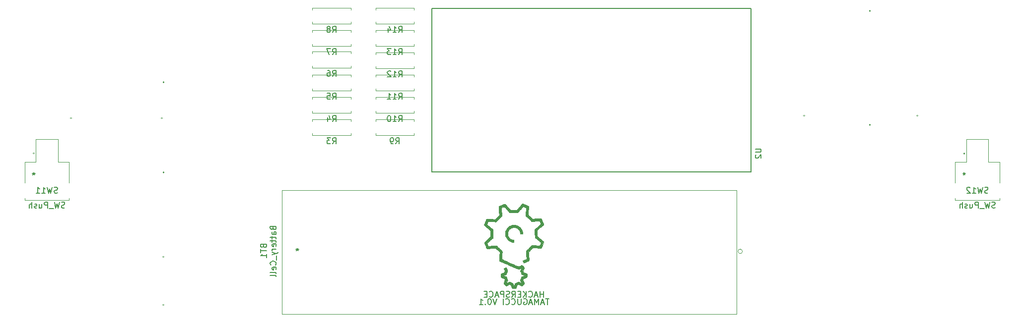
<source format=gbo>
G04 #@! TF.GenerationSoftware,KiCad,Pcbnew,5.1.5+dfsg1-2build2*
G04 #@! TF.CreationDate,2022-03-26T13:12:08+01:00*
G04 #@! TF.ProjectId,spelkonsoll,7370656c-6b6f-46e7-936f-6c6c2e6b6963,rev?*
G04 #@! TF.SameCoordinates,Original*
G04 #@! TF.FileFunction,Legend,Bot*
G04 #@! TF.FilePolarity,Positive*
%FSLAX46Y46*%
G04 Gerber Fmt 4.6, Leading zero omitted, Abs format (unit mm)*
G04 Created by KiCad (PCBNEW 5.1.5+dfsg1-2build2) date 2022-03-26 13:12:08*
%MOMM*%
%LPD*%
G04 APERTURE LIST*
%ADD10C,0.150000*%
%ADD11C,0.120000*%
%ADD12C,0.010000*%
%ADD13C,0.127000*%
G04 APERTURE END LIST*
D10*
X152026190Y-122007380D02*
X151454761Y-122007380D01*
X151740476Y-123007380D02*
X151740476Y-122007380D01*
X151169047Y-122721666D02*
X150692857Y-122721666D01*
X151264285Y-123007380D02*
X150930952Y-122007380D01*
X150597619Y-123007380D01*
X150264285Y-123007380D02*
X150264285Y-122007380D01*
X149930952Y-122721666D01*
X149597619Y-122007380D01*
X149597619Y-123007380D01*
X149169047Y-122721666D02*
X148692857Y-122721666D01*
X149264285Y-123007380D02*
X148930952Y-122007380D01*
X148597619Y-123007380D01*
X147740476Y-122055000D02*
X147835714Y-122007380D01*
X147978571Y-122007380D01*
X148121428Y-122055000D01*
X148216666Y-122150238D01*
X148264285Y-122245476D01*
X148311904Y-122435952D01*
X148311904Y-122578809D01*
X148264285Y-122769285D01*
X148216666Y-122864523D01*
X148121428Y-122959761D01*
X147978571Y-123007380D01*
X147883333Y-123007380D01*
X147740476Y-122959761D01*
X147692857Y-122912142D01*
X147692857Y-122578809D01*
X147883333Y-122578809D01*
X147264285Y-122007380D02*
X147264285Y-122816904D01*
X147216666Y-122912142D01*
X147169047Y-122959761D01*
X147073809Y-123007380D01*
X146883333Y-123007380D01*
X146788095Y-122959761D01*
X146740476Y-122912142D01*
X146692857Y-122816904D01*
X146692857Y-122007380D01*
X145645238Y-122912142D02*
X145692857Y-122959761D01*
X145835714Y-123007380D01*
X145930952Y-123007380D01*
X146073809Y-122959761D01*
X146169047Y-122864523D01*
X146216666Y-122769285D01*
X146264285Y-122578809D01*
X146264285Y-122435952D01*
X146216666Y-122245476D01*
X146169047Y-122150238D01*
X146073809Y-122055000D01*
X145930952Y-122007380D01*
X145835714Y-122007380D01*
X145692857Y-122055000D01*
X145645238Y-122102619D01*
X144645238Y-122912142D02*
X144692857Y-122959761D01*
X144835714Y-123007380D01*
X144930952Y-123007380D01*
X145073809Y-122959761D01*
X145169047Y-122864523D01*
X145216666Y-122769285D01*
X145264285Y-122578809D01*
X145264285Y-122435952D01*
X145216666Y-122245476D01*
X145169047Y-122150238D01*
X145073809Y-122055000D01*
X144930952Y-122007380D01*
X144835714Y-122007380D01*
X144692857Y-122055000D01*
X144645238Y-122102619D01*
X144216666Y-123007380D02*
X144216666Y-122007380D01*
X143121428Y-122007380D02*
X142788095Y-123007380D01*
X142454761Y-122007380D01*
X141930952Y-122007380D02*
X141835714Y-122007380D01*
X141740476Y-122055000D01*
X141692857Y-122102619D01*
X141645238Y-122197857D01*
X141597619Y-122388333D01*
X141597619Y-122626428D01*
X141645238Y-122816904D01*
X141692857Y-122912142D01*
X141740476Y-122959761D01*
X141835714Y-123007380D01*
X141930952Y-123007380D01*
X142026190Y-122959761D01*
X142073809Y-122912142D01*
X142121428Y-122816904D01*
X142169047Y-122626428D01*
X142169047Y-122388333D01*
X142121428Y-122197857D01*
X142073809Y-122102619D01*
X142026190Y-122055000D01*
X141930952Y-122007380D01*
X141169047Y-122912142D02*
X141121428Y-122959761D01*
X141169047Y-123007380D01*
X141216666Y-122959761D01*
X141169047Y-122912142D01*
X141169047Y-123007380D01*
X140169047Y-123007380D02*
X140740476Y-123007380D01*
X140454761Y-123007380D02*
X140454761Y-122007380D01*
X140550000Y-122150238D01*
X140645238Y-122245476D01*
X140740476Y-122293095D01*
X151073809Y-121737380D02*
X151073809Y-120737380D01*
X151073809Y-121213571D02*
X150502380Y-121213571D01*
X150502380Y-121737380D02*
X150502380Y-120737380D01*
X150073809Y-121451666D02*
X149597619Y-121451666D01*
X150169047Y-121737380D02*
X149835714Y-120737380D01*
X149502380Y-121737380D01*
X148597619Y-121642142D02*
X148645238Y-121689761D01*
X148788095Y-121737380D01*
X148883333Y-121737380D01*
X149026190Y-121689761D01*
X149121428Y-121594523D01*
X149169047Y-121499285D01*
X149216666Y-121308809D01*
X149216666Y-121165952D01*
X149169047Y-120975476D01*
X149121428Y-120880238D01*
X149026190Y-120785000D01*
X148883333Y-120737380D01*
X148788095Y-120737380D01*
X148645238Y-120785000D01*
X148597619Y-120832619D01*
X148169047Y-121737380D02*
X148169047Y-120737380D01*
X147597619Y-121737380D02*
X148026190Y-121165952D01*
X147597619Y-120737380D02*
X148169047Y-121308809D01*
X147169047Y-121213571D02*
X146835714Y-121213571D01*
X146692857Y-121737380D02*
X147169047Y-121737380D01*
X147169047Y-120737380D01*
X146692857Y-120737380D01*
X145692857Y-121737380D02*
X146026190Y-121261190D01*
X146264285Y-121737380D02*
X146264285Y-120737380D01*
X145883333Y-120737380D01*
X145788095Y-120785000D01*
X145740476Y-120832619D01*
X145692857Y-120927857D01*
X145692857Y-121070714D01*
X145740476Y-121165952D01*
X145788095Y-121213571D01*
X145883333Y-121261190D01*
X146264285Y-121261190D01*
X145311904Y-121689761D02*
X145169047Y-121737380D01*
X144930952Y-121737380D01*
X144835714Y-121689761D01*
X144788095Y-121642142D01*
X144740476Y-121546904D01*
X144740476Y-121451666D01*
X144788095Y-121356428D01*
X144835714Y-121308809D01*
X144930952Y-121261190D01*
X145121428Y-121213571D01*
X145216666Y-121165952D01*
X145264285Y-121118333D01*
X145311904Y-121023095D01*
X145311904Y-120927857D01*
X145264285Y-120832619D01*
X145216666Y-120785000D01*
X145121428Y-120737380D01*
X144883333Y-120737380D01*
X144740476Y-120785000D01*
X144311904Y-121737380D02*
X144311904Y-120737380D01*
X143930952Y-120737380D01*
X143835714Y-120785000D01*
X143788095Y-120832619D01*
X143740476Y-120927857D01*
X143740476Y-121070714D01*
X143788095Y-121165952D01*
X143835714Y-121213571D01*
X143930952Y-121261190D01*
X144311904Y-121261190D01*
X143359523Y-121451666D02*
X142883333Y-121451666D01*
X143454761Y-121737380D02*
X143121428Y-120737380D01*
X142788095Y-121737380D01*
X141883333Y-121642142D02*
X141930952Y-121689761D01*
X142073809Y-121737380D01*
X142169047Y-121737380D01*
X142311904Y-121689761D01*
X142407142Y-121594523D01*
X142454761Y-121499285D01*
X142502380Y-121308809D01*
X142502380Y-121165952D01*
X142454761Y-120975476D01*
X142407142Y-120880238D01*
X142311904Y-120785000D01*
X142169047Y-120737380D01*
X142073809Y-120737380D01*
X141930952Y-120785000D01*
X141883333Y-120832619D01*
X141454761Y-121213571D02*
X141121428Y-121213571D01*
X140978571Y-121737380D02*
X141454761Y-121737380D01*
X141454761Y-120737380D01*
X140978571Y-120737380D01*
D11*
X86408400Y-100461200D02*
G75*
G03X86408400Y-100461200I-127000J0D01*
G01*
D12*
G36*
X145824201Y-109426218D02*
G01*
X145745432Y-109440087D01*
X145597183Y-109478830D01*
X145453756Y-109533221D01*
X145316509Y-109602333D01*
X145186799Y-109685238D01*
X145065982Y-109781009D01*
X144955416Y-109888719D01*
X144856457Y-110007441D01*
X144802911Y-110084046D01*
X144725254Y-110218364D01*
X144662706Y-110359028D01*
X144615345Y-110504669D01*
X144583252Y-110653915D01*
X144566509Y-110805397D01*
X144565195Y-110957745D01*
X144579391Y-111109588D01*
X144609176Y-111259556D01*
X144654633Y-111406278D01*
X144715841Y-111548385D01*
X144716824Y-111550364D01*
X144792628Y-111683854D01*
X144882765Y-111809422D01*
X144985987Y-111925777D01*
X145101045Y-112031625D01*
X145226691Y-112125675D01*
X145338800Y-112194224D01*
X145425885Y-112237180D01*
X145523109Y-112276019D01*
X145626302Y-112309607D01*
X145731292Y-112336813D01*
X145833908Y-112356503D01*
X145929981Y-112367545D01*
X145984383Y-112369551D01*
X146050000Y-112369600D01*
X146050000Y-111965175D01*
X146030950Y-111960070D01*
X146010712Y-111956885D01*
X145982855Y-111955031D01*
X145972793Y-111954849D01*
X145903247Y-111949637D01*
X145824523Y-111935156D01*
X145740773Y-111912575D01*
X145656151Y-111883067D01*
X145574811Y-111847800D01*
X145551406Y-111836135D01*
X145436538Y-111767623D01*
X145332488Y-111686388D01*
X145240027Y-111593339D01*
X145159928Y-111489383D01*
X145092963Y-111375431D01*
X145039904Y-111252392D01*
X145029388Y-111221801D01*
X144996076Y-111093607D01*
X144979143Y-110963986D01*
X144978272Y-110834345D01*
X144993145Y-110706091D01*
X145023448Y-110580629D01*
X145068863Y-110459367D01*
X145129075Y-110343711D01*
X145203765Y-110235068D01*
X145268257Y-110159925D01*
X145366129Y-110068028D01*
X145473819Y-109989874D01*
X145591020Y-109925634D01*
X145717428Y-109875475D01*
X145842567Y-109841704D01*
X145895548Y-109833487D01*
X145959957Y-109828346D01*
X146030571Y-109826292D01*
X146102164Y-109827336D01*
X146169510Y-109831489D01*
X146227386Y-109838763D01*
X146238594Y-109840836D01*
X146367343Y-109874675D01*
X146488920Y-109922908D01*
X146602409Y-109984459D01*
X146706891Y-110058252D01*
X146801449Y-110143211D01*
X146885166Y-110238257D01*
X146957123Y-110342316D01*
X147016403Y-110454310D01*
X147062088Y-110573162D01*
X147093262Y-110697797D01*
X147109005Y-110827137D01*
X147110518Y-110863820D01*
X147112444Y-110945033D01*
X147231039Y-110950489D01*
X147284373Y-110953046D01*
X147341335Y-110955945D01*
X147395020Y-110958827D01*
X147437640Y-110961278D01*
X147525647Y-110966609D01*
X147520707Y-110827788D01*
X147507131Y-110671853D01*
X147477606Y-110521323D01*
X147431979Y-110375722D01*
X147370098Y-110234580D01*
X147291811Y-110097420D01*
X147280098Y-110079367D01*
X147186986Y-109952824D01*
X147082676Y-109838318D01*
X146968285Y-109736316D01*
X146844929Y-109647282D01*
X146713725Y-109571681D01*
X146575789Y-109509979D01*
X146432237Y-109462640D01*
X146284186Y-109430129D01*
X146132752Y-109412912D01*
X145979051Y-109411454D01*
X145824201Y-109426218D01*
G37*
X145824201Y-109426218D02*
X145745432Y-109440087D01*
X145597183Y-109478830D01*
X145453756Y-109533221D01*
X145316509Y-109602333D01*
X145186799Y-109685238D01*
X145065982Y-109781009D01*
X144955416Y-109888719D01*
X144856457Y-110007441D01*
X144802911Y-110084046D01*
X144725254Y-110218364D01*
X144662706Y-110359028D01*
X144615345Y-110504669D01*
X144583252Y-110653915D01*
X144566509Y-110805397D01*
X144565195Y-110957745D01*
X144579391Y-111109588D01*
X144609176Y-111259556D01*
X144654633Y-111406278D01*
X144715841Y-111548385D01*
X144716824Y-111550364D01*
X144792628Y-111683854D01*
X144882765Y-111809422D01*
X144985987Y-111925777D01*
X145101045Y-112031625D01*
X145226691Y-112125675D01*
X145338800Y-112194224D01*
X145425885Y-112237180D01*
X145523109Y-112276019D01*
X145626302Y-112309607D01*
X145731292Y-112336813D01*
X145833908Y-112356503D01*
X145929981Y-112367545D01*
X145984383Y-112369551D01*
X146050000Y-112369600D01*
X146050000Y-111965175D01*
X146030950Y-111960070D01*
X146010712Y-111956885D01*
X145982855Y-111955031D01*
X145972793Y-111954849D01*
X145903247Y-111949637D01*
X145824523Y-111935156D01*
X145740773Y-111912575D01*
X145656151Y-111883067D01*
X145574811Y-111847800D01*
X145551406Y-111836135D01*
X145436538Y-111767623D01*
X145332488Y-111686388D01*
X145240027Y-111593339D01*
X145159928Y-111489383D01*
X145092963Y-111375431D01*
X145039904Y-111252392D01*
X145029388Y-111221801D01*
X144996076Y-111093607D01*
X144979143Y-110963986D01*
X144978272Y-110834345D01*
X144993145Y-110706091D01*
X145023448Y-110580629D01*
X145068863Y-110459367D01*
X145129075Y-110343711D01*
X145203765Y-110235068D01*
X145268257Y-110159925D01*
X145366129Y-110068028D01*
X145473819Y-109989874D01*
X145591020Y-109925634D01*
X145717428Y-109875475D01*
X145842567Y-109841704D01*
X145895548Y-109833487D01*
X145959957Y-109828346D01*
X146030571Y-109826292D01*
X146102164Y-109827336D01*
X146169510Y-109831489D01*
X146227386Y-109838763D01*
X146238594Y-109840836D01*
X146367343Y-109874675D01*
X146488920Y-109922908D01*
X146602409Y-109984459D01*
X146706891Y-110058252D01*
X146801449Y-110143211D01*
X146885166Y-110238257D01*
X146957123Y-110342316D01*
X147016403Y-110454310D01*
X147062088Y-110573162D01*
X147093262Y-110697797D01*
X147109005Y-110827137D01*
X147110518Y-110863820D01*
X147112444Y-110945033D01*
X147231039Y-110950489D01*
X147284373Y-110953046D01*
X147341335Y-110955945D01*
X147395020Y-110958827D01*
X147437640Y-110961278D01*
X147525647Y-110966609D01*
X147520707Y-110827788D01*
X147507131Y-110671853D01*
X147477606Y-110521323D01*
X147431979Y-110375722D01*
X147370098Y-110234580D01*
X147291811Y-110097420D01*
X147280098Y-110079367D01*
X147186986Y-109952824D01*
X147082676Y-109838318D01*
X146968285Y-109736316D01*
X146844929Y-109647282D01*
X146713725Y-109571681D01*
X146575789Y-109509979D01*
X146432237Y-109462640D01*
X146284186Y-109430129D01*
X146132752Y-109412912D01*
X145979051Y-109411454D01*
X145824201Y-109426218D01*
G36*
X147492000Y-105796778D02*
G01*
X147447483Y-105814385D01*
X147405217Y-105845883D01*
X147386790Y-105864108D01*
X147375015Y-105877189D01*
X147353239Y-105902068D01*
X147322415Y-105937633D01*
X147283500Y-105982771D01*
X147237447Y-106036369D01*
X147185211Y-106097314D01*
X147127747Y-106164495D01*
X147066011Y-106236799D01*
X147000955Y-106313112D01*
X146934947Y-106390664D01*
X146868512Y-106468669D01*
X146805136Y-106542871D01*
X146745691Y-106612265D01*
X146691044Y-106675844D01*
X146642068Y-106732604D01*
X146599631Y-106781537D01*
X146564604Y-106821639D01*
X146537857Y-106851904D01*
X146520259Y-106871325D01*
X146512681Y-106878898D01*
X146512557Y-106878956D01*
X146502573Y-106879549D01*
X146477162Y-106880236D01*
X146437832Y-106880995D01*
X146386088Y-106881807D01*
X146323437Y-106882651D01*
X146251387Y-106883506D01*
X146171442Y-106884353D01*
X146085111Y-106885170D01*
X145998920Y-106885899D01*
X145494873Y-106889913D01*
X145042186Y-106377680D01*
X144950580Y-106274202D01*
X144869579Y-106183096D01*
X144798752Y-106103889D01*
X144737666Y-106036113D01*
X144685890Y-105979295D01*
X144642992Y-105932966D01*
X144608539Y-105896654D01*
X144582100Y-105869890D01*
X144563242Y-105852202D01*
X144551534Y-105843120D01*
X144551400Y-105843041D01*
X144526594Y-105830340D01*
X144502595Y-105823629D01*
X144472253Y-105821310D01*
X144454034Y-105821280D01*
X144440403Y-105821610D01*
X144427182Y-105822647D01*
X144412928Y-105824929D01*
X144396201Y-105828994D01*
X144375558Y-105835382D01*
X144349558Y-105844630D01*
X144316760Y-105857278D01*
X144275722Y-105873863D01*
X144225002Y-105894924D01*
X144163160Y-105920999D01*
X144088753Y-105952628D01*
X144000340Y-105990349D01*
X143992600Y-105993653D01*
X143914073Y-106027221D01*
X143839635Y-106059110D01*
X143770862Y-106088640D01*
X143709331Y-106115132D01*
X143656618Y-106137905D01*
X143614299Y-106156280D01*
X143583950Y-106169575D01*
X143567147Y-106177112D01*
X143565034Y-106178124D01*
X143519323Y-106210103D01*
X143483359Y-106253630D01*
X143460111Y-106304737D01*
X143455322Y-106324794D01*
X143455171Y-106337667D01*
X143456342Y-106366079D01*
X143458740Y-106408696D01*
X143462271Y-106464183D01*
X143466841Y-106531204D01*
X143472357Y-106608426D01*
X143478724Y-106694513D01*
X143485847Y-106788131D01*
X143493634Y-106887945D01*
X143501989Y-106992620D01*
X143505090Y-107030893D01*
X143560150Y-107707752D01*
X143516267Y-107754793D01*
X143501856Y-107769908D01*
X143476859Y-107795748D01*
X143442579Y-107830980D01*
X143400321Y-107874271D01*
X143351387Y-107924287D01*
X143297080Y-107979696D01*
X143238704Y-108039165D01*
X143177561Y-108101361D01*
X143156485Y-108122779D01*
X142840587Y-108443725D01*
X142184300Y-108403335D01*
X142079023Y-108396941D01*
X141977592Y-108390948D01*
X141881432Y-108385427D01*
X141791972Y-108380455D01*
X141710638Y-108376105D01*
X141638858Y-108372452D01*
X141578059Y-108369569D01*
X141529668Y-108367532D01*
X141495113Y-108366415D01*
X141475820Y-108366291D01*
X141474360Y-108366361D01*
X141418291Y-108377323D01*
X141370762Y-108402818D01*
X141331213Y-108442851D01*
X141324051Y-108455900D01*
X141311286Y-108483110D01*
X141293587Y-108522911D01*
X141271621Y-108573733D01*
X141246059Y-108634008D01*
X141217568Y-108702167D01*
X141186818Y-108776640D01*
X141154476Y-108855858D01*
X141140028Y-108891530D01*
X141102755Y-108983863D01*
X141071359Y-109061922D01*
X141045336Y-109127122D01*
X141024184Y-109180874D01*
X141007401Y-109224592D01*
X140994483Y-109259688D01*
X140984928Y-109287575D01*
X140978234Y-109309666D01*
X140973896Y-109327374D01*
X140971414Y-109342111D01*
X140970283Y-109355290D01*
X140970001Y-109368324D01*
X140970000Y-109369340D01*
X140969894Y-109386654D01*
X140970106Y-109402085D01*
X140971431Y-109416453D01*
X140974664Y-109430572D01*
X140980600Y-109445262D01*
X140990035Y-109461338D01*
X141003765Y-109479619D01*
X141022583Y-109500922D01*
X141047286Y-109526064D01*
X141078668Y-109555862D01*
X141117525Y-109591134D01*
X141164652Y-109632697D01*
X141220844Y-109681369D01*
X141286897Y-109737965D01*
X141363606Y-109803305D01*
X141451765Y-109878205D01*
X141528626Y-109943480D01*
X142052199Y-110388231D01*
X142057079Y-110458166D01*
X142058078Y-110480281D01*
X142059110Y-110517417D01*
X142060145Y-110567662D01*
X142061157Y-110629102D01*
X142062116Y-110699825D01*
X142062997Y-110777918D01*
X142063769Y-110861470D01*
X142064407Y-110948567D01*
X142064548Y-110971682D01*
X142067138Y-111415263D01*
X141557594Y-111866543D01*
X141477893Y-111937240D01*
X141401608Y-112005121D01*
X141329729Y-112069292D01*
X141263247Y-112128858D01*
X141203155Y-112182924D01*
X141150441Y-112230595D01*
X141106099Y-112270977D01*
X141071119Y-112303174D01*
X141046491Y-112326293D01*
X141033207Y-112339439D01*
X141031367Y-112341594D01*
X141006952Y-112390599D01*
X140996755Y-112445855D01*
X140997338Y-112474266D01*
X141000261Y-112489541D01*
X141007234Y-112512983D01*
X141018646Y-112545580D01*
X141034887Y-112588320D01*
X141056345Y-112642194D01*
X141083409Y-112708189D01*
X141116468Y-112787294D01*
X141155912Y-112880498D01*
X141172312Y-112919011D01*
X141205923Y-112997716D01*
X141237972Y-113072534D01*
X141267763Y-113141857D01*
X141294598Y-113204072D01*
X141317781Y-113257570D01*
X141336615Y-113300741D01*
X141350405Y-113331973D01*
X141358453Y-113349656D01*
X141359533Y-113351863D01*
X141391302Y-113396427D01*
X141434226Y-113428980D01*
X141486649Y-113448583D01*
X141540378Y-113454377D01*
X141557098Y-113453698D01*
X141589257Y-113451737D01*
X141635419Y-113448601D01*
X141694147Y-113444398D01*
X141764005Y-113439235D01*
X141843557Y-113433221D01*
X141931365Y-113426462D01*
X142025993Y-113419067D01*
X142126004Y-113411142D01*
X142229962Y-113402795D01*
X142235700Y-113402331D01*
X142357458Y-113392524D01*
X142463431Y-113384086D01*
X142554707Y-113376950D01*
X142632372Y-113371050D01*
X142697513Y-113366318D01*
X142751219Y-113362688D01*
X142794575Y-113360092D01*
X142828670Y-113358464D01*
X142854590Y-113357736D01*
X142873423Y-113357842D01*
X142886256Y-113358715D01*
X142894176Y-113360287D01*
X142897121Y-113361600D01*
X142906311Y-113369482D01*
X142926412Y-113388187D01*
X142956298Y-113416627D01*
X142994845Y-113453713D01*
X143040929Y-113498356D01*
X143093425Y-113549468D01*
X143151210Y-113605959D01*
X143213157Y-113666741D01*
X143268219Y-113720938D01*
X143621294Y-114068975D01*
X143579018Y-114752478D01*
X143571025Y-114881329D01*
X143564029Y-114994397D01*
X143558062Y-115092805D01*
X143553155Y-115177676D01*
X143549341Y-115250132D01*
X143546652Y-115311297D01*
X143545119Y-115362293D01*
X143544774Y-115404243D01*
X143545651Y-115438270D01*
X143547779Y-115465497D01*
X143551192Y-115487047D01*
X143555921Y-115504041D01*
X143561998Y-115517605D01*
X143569456Y-115528859D01*
X143578325Y-115538927D01*
X143588639Y-115548933D01*
X143600428Y-115559998D01*
X143602031Y-115561534D01*
X143611959Y-115570590D01*
X143623053Y-115579280D01*
X143636741Y-115588250D01*
X143654452Y-115598147D01*
X143677613Y-115609617D01*
X143707652Y-115623306D01*
X143745996Y-115639860D01*
X143794075Y-115659926D01*
X143853316Y-115684150D01*
X143925147Y-115713178D01*
X144010995Y-115747656D01*
X144030887Y-115755629D01*
X144104632Y-115785428D01*
X144180881Y-115816755D01*
X144260795Y-115850114D01*
X144345536Y-115886015D01*
X144436266Y-115924965D01*
X144534147Y-115967469D01*
X144640340Y-116014037D01*
X144756008Y-116065175D01*
X144882313Y-116121391D01*
X145020416Y-116183191D01*
X145171480Y-116251084D01*
X145336666Y-116325575D01*
X145347267Y-116330363D01*
X145542747Y-116418488D01*
X145724926Y-116500275D01*
X145893630Y-116575647D01*
X146048688Y-116644532D01*
X146189927Y-116706852D01*
X146317172Y-116762533D01*
X146430251Y-116811501D01*
X146528992Y-116853680D01*
X146613220Y-116888995D01*
X146682764Y-116917370D01*
X146737451Y-116938732D01*
X146777106Y-116953005D01*
X146795186Y-116958566D01*
X146816689Y-116963182D01*
X146838198Y-116964648D01*
X146861735Y-116962308D01*
X146889324Y-116955504D01*
X146922989Y-116943577D01*
X146964752Y-116925871D01*
X147016639Y-116901728D01*
X147080670Y-116870491D01*
X147108134Y-116856859D01*
X147168719Y-116826767D01*
X147215988Y-116803574D01*
X147251752Y-116786565D01*
X147277820Y-116775026D01*
X147296002Y-116768243D01*
X147308107Y-116765502D01*
X147315947Y-116766087D01*
X147321330Y-116769285D01*
X147323761Y-116771745D01*
X147327475Y-116777105D01*
X147328927Y-116784198D01*
X147327400Y-116794813D01*
X147322179Y-116810738D01*
X147312545Y-116833763D01*
X147297782Y-116865675D01*
X147277172Y-116908262D01*
X147250000Y-116963314D01*
X147234275Y-116994973D01*
X147203488Y-117057083D01*
X147179491Y-117106184D01*
X147161445Y-117144384D01*
X147148506Y-117173788D01*
X147139832Y-117196504D01*
X147134583Y-117214638D01*
X147131915Y-117230296D01*
X147130986Y-117245586D01*
X147130911Y-117253594D01*
X147131018Y-117271557D01*
X147132014Y-117286638D01*
X147134916Y-117301458D01*
X147140738Y-117318637D01*
X147150495Y-117340793D01*
X147165203Y-117370548D01*
X147185877Y-117410521D01*
X147208348Y-117453439D01*
X147253552Y-117549355D01*
X147290357Y-117649878D01*
X147307790Y-117708762D01*
X147319175Y-117745776D01*
X147331844Y-117780229D01*
X147343487Y-117805988D01*
X147346125Y-117810607D01*
X147359082Y-117829169D01*
X147374604Y-117845656D01*
X147394595Y-117861022D01*
X147420960Y-117876222D01*
X147455604Y-117892211D01*
X147500432Y-117909943D01*
X147557348Y-117930374D01*
X147628257Y-117954457D01*
X147642800Y-117959302D01*
X147706516Y-117980550D01*
X147755926Y-117997299D01*
X147792815Y-118010323D01*
X147818967Y-118020398D01*
X147836169Y-118028302D01*
X147846203Y-118034809D01*
X147850856Y-118040696D01*
X147851911Y-118046738D01*
X147851642Y-118050102D01*
X147849832Y-118056625D01*
X147844869Y-118062908D01*
X147834963Y-118069718D01*
X147818320Y-118077826D01*
X147793150Y-118087999D01*
X147757662Y-118101005D01*
X147710063Y-118117614D01*
X147648562Y-118138594D01*
X147633267Y-118143778D01*
X147565743Y-118166486D01*
X147510166Y-118185610D01*
X147464770Y-118202922D01*
X147427792Y-118220196D01*
X147397468Y-118239204D01*
X147372035Y-118261720D01*
X147349729Y-118289518D01*
X147328786Y-118324369D01*
X147307443Y-118368048D01*
X147283935Y-118422328D01*
X147256499Y-118488981D01*
X147233157Y-118546034D01*
X147201787Y-118621913D01*
X147176229Y-118684377D01*
X147156481Y-118735912D01*
X147142545Y-118779008D01*
X147134420Y-118816153D01*
X147132107Y-118849836D01*
X147135605Y-118882546D01*
X147144914Y-118916771D01*
X147160036Y-118955000D01*
X147180969Y-118999721D01*
X147207714Y-119053423D01*
X147233182Y-119104296D01*
X147263592Y-119165550D01*
X147287143Y-119213452D01*
X147304532Y-119249805D01*
X147316458Y-119276408D01*
X147323619Y-119295065D01*
X147326714Y-119307576D01*
X147326441Y-119315742D01*
X147323499Y-119321365D01*
X147319062Y-119325816D01*
X147313625Y-119330024D01*
X147307139Y-119332201D01*
X147297806Y-119331643D01*
X147283831Y-119327642D01*
X147263417Y-119319494D01*
X147234768Y-119306491D01*
X147196088Y-119287928D01*
X147145581Y-119263098D01*
X147092160Y-119236613D01*
X147030754Y-119205865D01*
X146980178Y-119180794D01*
X146937963Y-119161413D01*
X146901644Y-119147734D01*
X146868754Y-119139770D01*
X146836824Y-119137533D01*
X146803389Y-119141035D01*
X146765982Y-119150290D01*
X146722135Y-119165310D01*
X146669381Y-119186106D01*
X146605254Y-119212692D01*
X146541067Y-119239394D01*
X146465213Y-119271008D01*
X146403422Y-119297478D01*
X146353953Y-119319747D01*
X146315069Y-119338762D01*
X146285032Y-119355469D01*
X146262102Y-119370814D01*
X146244542Y-119385741D01*
X146230613Y-119401196D01*
X146222018Y-119412946D01*
X146214318Y-119428300D01*
X146202356Y-119457252D01*
X146187070Y-119497286D01*
X146169401Y-119545886D01*
X146150290Y-119600536D01*
X146134530Y-119647110D01*
X146113491Y-119710060D01*
X146096954Y-119758758D01*
X146084111Y-119795033D01*
X146074151Y-119820712D01*
X146066265Y-119837622D01*
X146059643Y-119847590D01*
X146053477Y-119852444D01*
X146046955Y-119854011D01*
X146042811Y-119854134D01*
X146035639Y-119853610D01*
X146029321Y-119850800D01*
X146023032Y-119843847D01*
X146015951Y-119830896D01*
X146007254Y-119810088D01*
X145996118Y-119779567D01*
X145981721Y-119737477D01*
X145963239Y-119681960D01*
X145953683Y-119653050D01*
X145929013Y-119579297D01*
X145908290Y-119519911D01*
X145890633Y-119473030D01*
X145875160Y-119436790D01*
X145860989Y-119409329D01*
X145847240Y-119388785D01*
X145833031Y-119373293D01*
X145817481Y-119360992D01*
X145814582Y-119359046D01*
X145798942Y-119350592D01*
X145769905Y-119336678D01*
X145729724Y-119318315D01*
X145680652Y-119296511D01*
X145624942Y-119272277D01*
X145564845Y-119246622D01*
X145546233Y-119238772D01*
X145470666Y-119206855D01*
X145408373Y-119180965D01*
X145356803Y-119161109D01*
X145313404Y-119147292D01*
X145275623Y-119139519D01*
X145240910Y-119137796D01*
X145206712Y-119142129D01*
X145170477Y-119152523D01*
X145129654Y-119168984D01*
X145081691Y-119191517D01*
X145024036Y-119220128D01*
X144984161Y-119240000D01*
X144913779Y-119275001D01*
X144857650Y-119302311D01*
X144815029Y-119321130D01*
X144785173Y-119330659D01*
X144767338Y-119330100D01*
X144760779Y-119318654D01*
X144764753Y-119295521D01*
X144778516Y-119259904D01*
X144801323Y-119211004D01*
X144832431Y-119148021D01*
X144855439Y-119101793D01*
X144959926Y-118891337D01*
X144956093Y-118837219D01*
X144953974Y-118818902D01*
X144949665Y-118798049D01*
X144942477Y-118772694D01*
X144931721Y-118740869D01*
X144916708Y-118700606D01*
X144896748Y-118649938D01*
X144871152Y-118586898D01*
X144852589Y-118541801D01*
X144821126Y-118466150D01*
X144794914Y-118404592D01*
X144773050Y-118355446D01*
X144754629Y-118317032D01*
X144738747Y-118287666D01*
X144724501Y-118265667D01*
X144710986Y-118249355D01*
X144697299Y-118237048D01*
X144683769Y-118227813D01*
X144668637Y-118220771D01*
X144639885Y-118209405D01*
X144599997Y-118194618D01*
X144551460Y-118177317D01*
X144496758Y-118158405D01*
X144447684Y-118141877D01*
X144384302Y-118120733D01*
X144335185Y-118104092D01*
X144298515Y-118091153D01*
X144272475Y-118081115D01*
X144255249Y-118073177D01*
X144245020Y-118066537D01*
X144239972Y-118060393D01*
X144238286Y-118053945D01*
X144238134Y-118049448D01*
X144238647Y-118042410D01*
X144241398Y-118036173D01*
X144248204Y-118029936D01*
X144260881Y-118022898D01*
X144281247Y-118014258D01*
X144311118Y-118003215D01*
X144352312Y-117988968D01*
X144406645Y-117970715D01*
X144447684Y-117957050D01*
X144510265Y-117935767D01*
X144567361Y-117915445D01*
X144616644Y-117896973D01*
X144655788Y-117881239D01*
X144682466Y-117869129D01*
X144691420Y-117864042D01*
X144704301Y-117854487D01*
X144716142Y-117843396D01*
X144727783Y-117829138D01*
X144740060Y-117810084D01*
X144753812Y-117784605D01*
X144769877Y-117751070D01*
X144789092Y-117707851D01*
X144812296Y-117653316D01*
X144840326Y-117585838D01*
X144863667Y-117529056D01*
X144891487Y-117460832D01*
X144913348Y-117406165D01*
X144929936Y-117363039D01*
X144941937Y-117329435D01*
X144950036Y-117303336D01*
X144954920Y-117282724D01*
X144957275Y-117265582D01*
X144957800Y-117252231D01*
X144957382Y-117238942D01*
X144955639Y-117225389D01*
X144951840Y-117209850D01*
X144945254Y-117190606D01*
X144935150Y-117165934D01*
X144920795Y-117134115D01*
X144901459Y-117093427D01*
X144876409Y-117042149D01*
X144844916Y-116978561D01*
X144821473Y-116931476D01*
X144790125Y-116868646D01*
X144761183Y-116810758D01*
X144735508Y-116759524D01*
X144713960Y-116716654D01*
X144697398Y-116683860D01*
X144686683Y-116662852D01*
X144682687Y-116655354D01*
X144675017Y-116658384D01*
X144654741Y-116667753D01*
X144624391Y-116682216D01*
X144586500Y-116700526D01*
X144543601Y-116721438D01*
X144498227Y-116743704D01*
X144452910Y-116766080D01*
X144410183Y-116787318D01*
X144372579Y-116806172D01*
X144342631Y-116821397D01*
X144322870Y-116831746D01*
X144315958Y-116835795D01*
X144318913Y-116843667D01*
X144328557Y-116864719D01*
X144343953Y-116897009D01*
X144364165Y-116938598D01*
X144388255Y-116987545D01*
X144415288Y-117041910D01*
X144419356Y-117050046D01*
X144525362Y-117261929D01*
X144415036Y-117530559D01*
X144179109Y-117609033D01*
X144102587Y-117634741D01*
X144040418Y-117656407D01*
X143990774Y-117674971D01*
X143951823Y-117691371D01*
X143921737Y-117706548D01*
X143898685Y-117721441D01*
X143880838Y-117736990D01*
X143866365Y-117754134D01*
X143853437Y-117773813D01*
X143851350Y-117777327D01*
X143827500Y-117817901D01*
X143824757Y-118029567D01*
X143824140Y-118111794D01*
X143824645Y-118177462D01*
X143826280Y-118226907D01*
X143829057Y-118260467D01*
X143831802Y-118275101D01*
X143852830Y-118323615D01*
X143884332Y-118365108D01*
X143920039Y-118393200D01*
X143937124Y-118401025D01*
X143967845Y-118413130D01*
X144009715Y-118428616D01*
X144060250Y-118446583D01*
X144116963Y-118466131D01*
X144177367Y-118486361D01*
X144178867Y-118486856D01*
X144237516Y-118506334D01*
X144290932Y-118524335D01*
X144336988Y-118540121D01*
X144373561Y-118552956D01*
X144398524Y-118562102D01*
X144409753Y-118566823D01*
X144410064Y-118567046D01*
X144415425Y-118576591D01*
X144425950Y-118599104D01*
X144440431Y-118631866D01*
X144457660Y-118672156D01*
X144471579Y-118705486D01*
X144526262Y-118837730D01*
X144410750Y-119068633D01*
X144377960Y-119134337D01*
X144352021Y-119186893D01*
X144332130Y-119228257D01*
X144317483Y-119260386D01*
X144307275Y-119285234D01*
X144300702Y-119304760D01*
X144296960Y-119320917D01*
X144295246Y-119335663D01*
X144294755Y-119350798D01*
X144295486Y-119377547D01*
X144299060Y-119401699D01*
X144306746Y-119425126D01*
X144319809Y-119449704D01*
X144339515Y-119477304D01*
X144367130Y-119509801D01*
X144403922Y-119549068D01*
X144451156Y-119596979D01*
X144481653Y-119627304D01*
X144528615Y-119673658D01*
X144565517Y-119709529D01*
X144594231Y-119736450D01*
X144616631Y-119755952D01*
X144634590Y-119769566D01*
X144649982Y-119778823D01*
X144664679Y-119785255D01*
X144680555Y-119790393D01*
X144681483Y-119790664D01*
X144733964Y-119800577D01*
X144768835Y-119799313D01*
X144788409Y-119793574D01*
X144821455Y-119780495D01*
X144866515Y-119760731D01*
X144922132Y-119734934D01*
X144986848Y-119703757D01*
X145032600Y-119681166D01*
X145258367Y-119568717D01*
X145528065Y-119681209D01*
X145606780Y-119917183D01*
X145627723Y-119978845D01*
X145648048Y-120036607D01*
X145666873Y-120088120D01*
X145683316Y-120131032D01*
X145696495Y-120162994D01*
X145705528Y-120181655D01*
X145706744Y-120183562D01*
X145742495Y-120221939D01*
X145787232Y-120250655D01*
X145813738Y-120260765D01*
X145832839Y-120263657D01*
X145865554Y-120265863D01*
X145908912Y-120267406D01*
X145959944Y-120268304D01*
X146015680Y-120268580D01*
X146073150Y-120268255D01*
X146129385Y-120267350D01*
X146181415Y-120265886D01*
X146226271Y-120263884D01*
X146260981Y-120261366D01*
X146282578Y-120258351D01*
X146285906Y-120257408D01*
X146322032Y-120238275D01*
X146357684Y-120209401D01*
X146386468Y-120176408D01*
X146396116Y-120160467D01*
X146402874Y-120144318D01*
X146414025Y-120114503D01*
X146428712Y-120073455D01*
X146446079Y-120023607D01*
X146465266Y-119967392D01*
X146485418Y-119907242D01*
X146486359Y-119904406D01*
X146560938Y-119679511D01*
X146832168Y-119567825D01*
X147061267Y-119682798D01*
X147126378Y-119715417D01*
X147178359Y-119741205D01*
X147219191Y-119760966D01*
X147250859Y-119775504D01*
X147275345Y-119785624D01*
X147294633Y-119792130D01*
X147310706Y-119795826D01*
X147325547Y-119797517D01*
X147341139Y-119798006D01*
X147345400Y-119798036D01*
X147374021Y-119796915D01*
X147400246Y-119792413D01*
X147425976Y-119783261D01*
X147453111Y-119768188D01*
X147483552Y-119745922D01*
X147519200Y-119715193D01*
X147561954Y-119674731D01*
X147613717Y-119623264D01*
X147627165Y-119609668D01*
X147677699Y-119557944D01*
X147717217Y-119515824D01*
X147746971Y-119481241D01*
X147768217Y-119452133D01*
X147782210Y-119426434D01*
X147790205Y-119402080D01*
X147793456Y-119377007D01*
X147793219Y-119349151D01*
X147792496Y-119337687D01*
X147790686Y-119321262D01*
X147787115Y-119304006D01*
X147780950Y-119283930D01*
X147771358Y-119259046D01*
X147757509Y-119227364D01*
X147738569Y-119186896D01*
X147713707Y-119135654D01*
X147682090Y-119071647D01*
X147676344Y-119060079D01*
X147563908Y-118833835D01*
X147616154Y-118706868D01*
X147634445Y-118663284D01*
X147651213Y-118624935D01*
X147665141Y-118594708D01*
X147674914Y-118575490D01*
X147678350Y-118570332D01*
X147688682Y-118565303D01*
X147713001Y-118555787D01*
X147749191Y-118542539D01*
X147795137Y-118526317D01*
X147848724Y-118507875D01*
X147907836Y-118487969D01*
X147922102Y-118483226D01*
X147997832Y-118457853D01*
X148059207Y-118436457D01*
X148108060Y-118418038D01*
X148146220Y-118401591D01*
X148175519Y-118386116D01*
X148197786Y-118370609D01*
X148214853Y-118354068D01*
X148228550Y-118335491D01*
X148240707Y-118313875D01*
X148244239Y-118306828D01*
X148250249Y-118294036D01*
X148254900Y-118281536D01*
X148258368Y-118267043D01*
X148260825Y-118248274D01*
X148262445Y-118222946D01*
X148263403Y-118188775D01*
X148263870Y-118143476D01*
X148264022Y-118084767D01*
X148264033Y-118046501D01*
X148264033Y-117826367D01*
X148238749Y-117780713D01*
X148216338Y-117747744D01*
X148190314Y-117720508D01*
X148180471Y-117712980D01*
X148163880Y-117704540D01*
X148133612Y-117691800D01*
X148092102Y-117675678D01*
X148041783Y-117657090D01*
X147985086Y-117636956D01*
X147924447Y-117616192D01*
X147918984Y-117614359D01*
X147690491Y-117537818D01*
X147663208Y-117461959D01*
X147646181Y-117417031D01*
X147626007Y-117367327D01*
X147606586Y-117322405D01*
X147603464Y-117315548D01*
X147571001Y-117244996D01*
X147682852Y-117019215D01*
X147715070Y-116953979D01*
X147740457Y-116901901D01*
X147759816Y-116861022D01*
X147773948Y-116829385D01*
X147783653Y-116805032D01*
X147789735Y-116786003D01*
X147792995Y-116770341D01*
X147794233Y-116756088D01*
X147794336Y-116746867D01*
X147792889Y-116719073D01*
X147788157Y-116693571D01*
X147778852Y-116668467D01*
X147763685Y-116641865D01*
X147741370Y-116611871D01*
X147710618Y-116576588D01*
X147670141Y-116534122D01*
X147618652Y-116482578D01*
X147606803Y-116470899D01*
X147553515Y-116418625D01*
X147508409Y-116376018D01*
X147469278Y-116342863D01*
X147433917Y-116318945D01*
X147400120Y-116304049D01*
X147365680Y-116297960D01*
X147328392Y-116300463D01*
X147286048Y-116311343D01*
X147236445Y-116330386D01*
X147177374Y-116357375D01*
X147106631Y-116392096D01*
X147056270Y-116417246D01*
X146830846Y-116529863D01*
X146666906Y-116463260D01*
X146637831Y-116451091D01*
X146594502Y-116432449D01*
X146538090Y-116407854D01*
X146469764Y-116377825D01*
X146390692Y-116342884D01*
X146302043Y-116303549D01*
X146204987Y-116260342D01*
X146100693Y-116213782D01*
X145990329Y-116164389D01*
X145875065Y-116112683D01*
X145756069Y-116059185D01*
X145634512Y-116004414D01*
X145567400Y-115974123D01*
X145379977Y-115889666D01*
X145203867Y-115810693D01*
X145039545Y-115737412D01*
X144887482Y-115670031D01*
X144748152Y-115608758D01*
X144622028Y-115553799D01*
X144509583Y-115505363D01*
X144411289Y-115463658D01*
X144327620Y-115428890D01*
X144295168Y-115415685D01*
X143958503Y-115279781D01*
X143963174Y-115228041D01*
X143964972Y-115205190D01*
X143967600Y-115167698D01*
X143970951Y-115117329D01*
X143974920Y-115055853D01*
X143979401Y-114985034D01*
X143984287Y-114906642D01*
X143989473Y-114822442D01*
X143994854Y-114734203D01*
X144000322Y-114643690D01*
X144005772Y-114552671D01*
X144011099Y-114462914D01*
X144016197Y-114376185D01*
X144020958Y-114294252D01*
X144025279Y-114218880D01*
X144029052Y-114151839D01*
X144032172Y-114094894D01*
X144034533Y-114049813D01*
X144036029Y-114018363D01*
X144036542Y-114003667D01*
X144034071Y-113949886D01*
X144024442Y-113908790D01*
X144022682Y-113904324D01*
X144017130Y-113894687D01*
X144006266Y-113880361D01*
X143989408Y-113860645D01*
X143965876Y-113834835D01*
X143934986Y-113802233D01*
X143896058Y-113762134D01*
X143848410Y-113713838D01*
X143791360Y-113656644D01*
X143724226Y-113589850D01*
X143646328Y-113512753D01*
X143556983Y-113424653D01*
X143549354Y-113417142D01*
X143464541Y-113333858D01*
X143385804Y-113256966D01*
X143313840Y-113187129D01*
X143249348Y-113125014D01*
X143193026Y-113071283D01*
X143145573Y-113026602D01*
X143107687Y-112991636D01*
X143080065Y-112967048D01*
X143063408Y-112953504D01*
X143059826Y-112951258D01*
X143032976Y-112940359D01*
X143007772Y-112932654D01*
X143004793Y-112932012D01*
X142992647Y-112931925D01*
X142964993Y-112933144D01*
X142923199Y-112935571D01*
X142868634Y-112939111D01*
X142802664Y-112943667D01*
X142726657Y-112949142D01*
X142641982Y-112955440D01*
X142550005Y-112962462D01*
X142452094Y-112970114D01*
X142349618Y-112978298D01*
X142345191Y-112978655D01*
X142242650Y-112986914D01*
X142144695Y-112994755D01*
X142052687Y-113002074D01*
X141967982Y-113008764D01*
X141891940Y-113014720D01*
X141825918Y-113019835D01*
X141771275Y-113024004D01*
X141729370Y-113027122D01*
X141701560Y-113029081D01*
X141689205Y-113029777D01*
X141689024Y-113029777D01*
X141682979Y-113028690D01*
X141676748Y-113024529D01*
X141669552Y-113015742D01*
X141660612Y-113000779D01*
X141649149Y-112978088D01*
X141634382Y-112946117D01*
X141615534Y-112903315D01*
X141591825Y-112848131D01*
X141562475Y-112779012D01*
X141559262Y-112771421D01*
X141533249Y-112709640D01*
X141509655Y-112652999D01*
X141489225Y-112603334D01*
X141472703Y-112562482D01*
X141460834Y-112532278D01*
X141454363Y-112514558D01*
X141453429Y-112510574D01*
X141463532Y-112501965D01*
X141484842Y-112483381D01*
X141516167Y-112455879D01*
X141556314Y-112420518D01*
X141604089Y-112378356D01*
X141658302Y-112330450D01*
X141717758Y-112277858D01*
X141781264Y-112221639D01*
X141847629Y-112162849D01*
X141915659Y-112102548D01*
X141984161Y-112041792D01*
X142051944Y-111981641D01*
X142117813Y-111923150D01*
X142180576Y-111867380D01*
X142239041Y-111815386D01*
X142292015Y-111768228D01*
X142338304Y-111726964D01*
X142376717Y-111692650D01*
X142406060Y-111666345D01*
X142425141Y-111649107D01*
X142432766Y-111641994D01*
X142432808Y-111641945D01*
X142443460Y-111626456D01*
X142457209Y-111603473D01*
X142461972Y-111594901D01*
X142466157Y-111586902D01*
X142469643Y-111578661D01*
X142472485Y-111568668D01*
X142474736Y-111555409D01*
X142476448Y-111537374D01*
X142477676Y-111513051D01*
X142478473Y-111480927D01*
X142478892Y-111439492D01*
X142478987Y-111387233D01*
X142478811Y-111322639D01*
X142478418Y-111244198D01*
X142477861Y-111150398D01*
X142477836Y-111146167D01*
X142477173Y-111052561D01*
X142476313Y-110954747D01*
X142475294Y-110855945D01*
X142474157Y-110759371D01*
X142472940Y-110668243D01*
X142471682Y-110585780D01*
X142470423Y-110515199D01*
X142469721Y-110481534D01*
X142468078Y-110409856D01*
X142466592Y-110353038D01*
X142465073Y-110309011D01*
X142463333Y-110275705D01*
X142461179Y-110251051D01*
X142458424Y-110232978D01*
X142454877Y-110219417D01*
X142450348Y-110208300D01*
X142444647Y-110197555D01*
X142443482Y-110195500D01*
X142435629Y-110185046D01*
X142420555Y-110168948D01*
X142397635Y-110146651D01*
X142366245Y-110117603D01*
X142325760Y-110081250D01*
X142275555Y-110037039D01*
X142215005Y-109984417D01*
X142143487Y-109922831D01*
X142060375Y-109851727D01*
X141965044Y-109770551D01*
X141932063Y-109742534D01*
X141853399Y-109675759D01*
X141778335Y-109612070D01*
X141707891Y-109552333D01*
X141643089Y-109497412D01*
X141584952Y-109448173D01*
X141534500Y-109405480D01*
X141492757Y-109370198D01*
X141460743Y-109343194D01*
X141439481Y-109325331D01*
X141429992Y-109317475D01*
X141429717Y-109317263D01*
X141427498Y-109312199D01*
X141428446Y-109301409D01*
X141433069Y-109283432D01*
X141441873Y-109256806D01*
X141455367Y-109220069D01*
X141474059Y-109171759D01*
X141498457Y-109110414D01*
X141520875Y-109054797D01*
X141545961Y-108992944D01*
X141569169Y-108935994D01*
X141589703Y-108885882D01*
X141606764Y-108844543D01*
X141619555Y-108813915D01*
X141627278Y-108795932D01*
X141629122Y-108792057D01*
X141637654Y-108790650D01*
X141660948Y-108790412D01*
X141699266Y-108791353D01*
X141752867Y-108793488D01*
X141822014Y-108796829D01*
X141906968Y-108801389D01*
X142007990Y-108807180D01*
X142125340Y-108814216D01*
X142259281Y-108822508D01*
X142278100Y-108823690D01*
X142381744Y-108830123D01*
X142481099Y-108836123D01*
X142574777Y-108841615D01*
X142661390Y-108846526D01*
X142739549Y-108850783D01*
X142807866Y-108854311D01*
X142864951Y-108857038D01*
X142909416Y-108858889D01*
X142939873Y-108859790D01*
X142954933Y-108859669D01*
X142955434Y-108859613D01*
X142984877Y-108852103D01*
X143015975Y-108839096D01*
X143023167Y-108835160D01*
X143034521Y-108825977D01*
X143056698Y-108805679D01*
X143088688Y-108775263D01*
X143129479Y-108735724D01*
X143178061Y-108688061D01*
X143233422Y-108633268D01*
X143294551Y-108572342D01*
X143360438Y-108506280D01*
X143430071Y-108436078D01*
X143500196Y-108365013D01*
X143586737Y-108277082D01*
X143662178Y-108200312D01*
X143727278Y-108133773D01*
X143782796Y-108076538D01*
X143829489Y-108027679D01*
X143868117Y-107986267D01*
X143899438Y-107951374D01*
X143924211Y-107922072D01*
X143943193Y-107897433D01*
X143957144Y-107876528D01*
X143966822Y-107858430D01*
X143972985Y-107842210D01*
X143976392Y-107826940D01*
X143977801Y-107811692D01*
X143977972Y-107795538D01*
X143977713Y-107780667D01*
X143976901Y-107764482D01*
X143974840Y-107733133D01*
X143971665Y-107688329D01*
X143967511Y-107631784D01*
X143962514Y-107565209D01*
X143956808Y-107490314D01*
X143950531Y-107408813D01*
X143943815Y-107322416D01*
X143936798Y-107232836D01*
X143929614Y-107141783D01*
X143922398Y-107050969D01*
X143915286Y-106962106D01*
X143908413Y-106876905D01*
X143901914Y-106797079D01*
X143895925Y-106724338D01*
X143890581Y-106660394D01*
X143886017Y-106606959D01*
X143882368Y-106565744D01*
X143879771Y-106538461D01*
X143878886Y-106530395D01*
X143874577Y-106495090D01*
X144126205Y-106387795D01*
X144187551Y-106361640D01*
X144244059Y-106337554D01*
X144293804Y-106316356D01*
X144334860Y-106298867D01*
X144365303Y-106285906D01*
X144383206Y-106278295D01*
X144387080Y-106276658D01*
X144394014Y-106282239D01*
X144411254Y-106299584D01*
X144437930Y-106327736D01*
X144473172Y-106365738D01*
X144516109Y-106412634D01*
X144565869Y-106467467D01*
X144621584Y-106529281D01*
X144682381Y-106597120D01*
X144747390Y-106670025D01*
X144815741Y-106747042D01*
X144832863Y-106766391D01*
X144902417Y-106844848D01*
X144969226Y-106919854D01*
X145032375Y-106990401D01*
X145090947Y-107055480D01*
X145144025Y-107114085D01*
X145190692Y-107165208D01*
X145230032Y-107207842D01*
X145261128Y-107240978D01*
X145283064Y-107263610D01*
X145294923Y-107274729D01*
X145296003Y-107275481D01*
X145321438Y-107288303D01*
X145345740Y-107297628D01*
X145346107Y-107297735D01*
X145358184Y-107298727D01*
X145385831Y-107299504D01*
X145427686Y-107300064D01*
X145482388Y-107300407D01*
X145548574Y-107300534D01*
X145624883Y-107300444D01*
X145709953Y-107300137D01*
X145802422Y-107299614D01*
X145900929Y-107298873D01*
X146004111Y-107297915D01*
X146015072Y-107297802D01*
X146660536Y-107291130D01*
X146705316Y-107269221D01*
X146714412Y-107264241D01*
X146724444Y-107257416D01*
X146736201Y-107247873D01*
X146750473Y-107234734D01*
X146768049Y-107217125D01*
X146789718Y-107194170D01*
X146816271Y-107164995D01*
X146848497Y-107128722D01*
X146887185Y-107084477D01*
X146933125Y-107031385D01*
X146987106Y-106968570D01*
X147049918Y-106895156D01*
X147122351Y-106810268D01*
X147176109Y-106747180D01*
X147256159Y-106653284D01*
X147326004Y-106571560D01*
X147386344Y-106501226D01*
X147437879Y-106441499D01*
X147481309Y-106391596D01*
X147517336Y-106350737D01*
X147546659Y-106318139D01*
X147569979Y-106293019D01*
X147587996Y-106274595D01*
X147601410Y-106262086D01*
X147610922Y-106254708D01*
X147617232Y-106251681D01*
X147619811Y-106251637D01*
X147631885Y-106255851D01*
X147657578Y-106265580D01*
X147694804Y-106280008D01*
X147741476Y-106298318D01*
X147795508Y-106319695D01*
X147854814Y-106343323D01*
X147878800Y-106352922D01*
X147946709Y-106380184D01*
X148000541Y-106402008D01*
X148041953Y-106419221D01*
X148072601Y-106432647D01*
X148094141Y-106443112D01*
X148108229Y-106451441D01*
X148116522Y-106458460D01*
X148120675Y-106464994D01*
X148122346Y-106471868D01*
X148122643Y-106474434D01*
X148122540Y-106486752D01*
X148121441Y-106514590D01*
X148119423Y-106556568D01*
X148116564Y-106611307D01*
X148112940Y-106677426D01*
X148108628Y-106753547D01*
X148103705Y-106838289D01*
X148098249Y-106930272D01*
X148092335Y-107028119D01*
X148086108Y-107129374D01*
X148078568Y-107250892D01*
X148072047Y-107356710D01*
X148066552Y-107448028D01*
X148062090Y-107526051D01*
X148058669Y-107591979D01*
X148056295Y-107647015D01*
X148054976Y-107692362D01*
X148054718Y-107729222D01*
X148055529Y-107758797D01*
X148057416Y-107782289D01*
X148060385Y-107800900D01*
X148064443Y-107815833D01*
X148069599Y-107828290D01*
X148075858Y-107839474D01*
X148083228Y-107850586D01*
X148090394Y-107860906D01*
X148100696Y-107873028D01*
X148121971Y-107895775D01*
X148153051Y-107927971D01*
X148192769Y-107968436D01*
X148239957Y-108015992D01*
X148293446Y-108069461D01*
X148352070Y-108127665D01*
X148414661Y-108189426D01*
X148464129Y-108237983D01*
X148557977Y-108329893D01*
X148640522Y-108410696D01*
X148712560Y-108481132D01*
X148774888Y-108541940D01*
X148828303Y-108593858D01*
X148873603Y-108637625D01*
X148911582Y-108673980D01*
X148943040Y-108703663D01*
X148968773Y-108727412D01*
X148989577Y-108745966D01*
X149006251Y-108760063D01*
X149019589Y-108770444D01*
X149030391Y-108777846D01*
X149039452Y-108783009D01*
X149047569Y-108786672D01*
X149055540Y-108789573D01*
X149061010Y-108791396D01*
X149069364Y-108793989D01*
X149078302Y-108796104D01*
X149089015Y-108797677D01*
X149102697Y-108798643D01*
X149120541Y-108798936D01*
X149143739Y-108798493D01*
X149173483Y-108797248D01*
X149210967Y-108795137D01*
X149257384Y-108792095D01*
X149313925Y-108788057D01*
X149381784Y-108782958D01*
X149462154Y-108776734D01*
X149556227Y-108769320D01*
X149665196Y-108760651D01*
X149746118Y-108754189D01*
X149849080Y-108746010D01*
X149947353Y-108738296D01*
X150039600Y-108731147D01*
X150124482Y-108724663D01*
X150200661Y-108718942D01*
X150266801Y-108714085D01*
X150321562Y-108710189D01*
X150363607Y-108707356D01*
X150391598Y-108705683D01*
X150404197Y-108705270D01*
X150404588Y-108705306D01*
X150411522Y-108710092D01*
X150421026Y-108723551D01*
X150433790Y-108747065D01*
X150450502Y-108782013D01*
X150471854Y-108829778D01*
X150498535Y-108891739D01*
X150503106Y-108902501D01*
X150527554Y-108960119D01*
X150551369Y-109016212D01*
X150573252Y-109067722D01*
X150591906Y-109111593D01*
X150606031Y-109144767D01*
X150611802Y-109158290D01*
X150637901Y-109219347D01*
X150145234Y-109654422D01*
X150044882Y-109743198D01*
X149956839Y-109821427D01*
X149880571Y-109889599D01*
X149815545Y-109948204D01*
X149761229Y-109997733D01*
X149717088Y-110038676D01*
X149682590Y-110071523D01*
X149657201Y-110096764D01*
X149640388Y-110114889D01*
X149631618Y-110126389D01*
X149631400Y-110126765D01*
X149610233Y-110164034D01*
X149613174Y-110765167D01*
X149613842Y-110893824D01*
X149614542Y-111006674D01*
X149615329Y-111104845D01*
X149616257Y-111189463D01*
X149617380Y-111261654D01*
X149618753Y-111322546D01*
X149620431Y-111373266D01*
X149622469Y-111414940D01*
X149624919Y-111448695D01*
X149627838Y-111475658D01*
X149631280Y-111496956D01*
X149635298Y-111513715D01*
X149639948Y-111527062D01*
X149645285Y-111538125D01*
X149651010Y-111547500D01*
X149661159Y-111558588D01*
X149683325Y-111579734D01*
X149716557Y-111610108D01*
X149759908Y-111648874D01*
X149812429Y-111695200D01*
X149873171Y-111748252D01*
X149941185Y-111807197D01*
X150015523Y-111871203D01*
X150095235Y-111939435D01*
X150162290Y-111996549D01*
X150240750Y-112063293D01*
X150315516Y-112127010D01*
X150385574Y-112186831D01*
X150449910Y-112241883D01*
X150507511Y-112291295D01*
X150557362Y-112334197D01*
X150598451Y-112369717D01*
X150629763Y-112396984D01*
X150650284Y-112415127D01*
X150659001Y-112423275D01*
X150659180Y-112423501D01*
X150658363Y-112435063D01*
X150650587Y-112461971D01*
X150635846Y-112504240D01*
X150614134Y-112561888D01*
X150585446Y-112634932D01*
X150561966Y-112693362D01*
X150457207Y-112952172D01*
X150414720Y-112948380D01*
X150399381Y-112947248D01*
X150368591Y-112945186D01*
X150323802Y-112942285D01*
X150266466Y-112938635D01*
X150198035Y-112934328D01*
X150119961Y-112929455D01*
X150033694Y-112924107D01*
X149940688Y-112918374D01*
X149842394Y-112912349D01*
X149757614Y-112907176D01*
X149633927Y-112899715D01*
X149526146Y-112893367D01*
X149433283Y-112888090D01*
X149354350Y-112883841D01*
X149288358Y-112880575D01*
X149234320Y-112878251D01*
X149191247Y-112876825D01*
X149158152Y-112876253D01*
X149134047Y-112876493D01*
X149117943Y-112877501D01*
X149110077Y-112878853D01*
X149069085Y-112895834D01*
X149025691Y-112925321D01*
X148978218Y-112968558D01*
X148952833Y-112995276D01*
X148937408Y-113011684D01*
X148911285Y-113038933D01*
X148875649Y-113075806D01*
X148831687Y-113121083D01*
X148780587Y-113173547D01*
X148723536Y-113231980D01*
X148661720Y-113295162D01*
X148596327Y-113361875D01*
X148528544Y-113430901D01*
X148516769Y-113442879D01*
X148439691Y-113521318D01*
X148373628Y-113588687D01*
X148317694Y-113645961D01*
X148271000Y-113694111D01*
X148232659Y-113734112D01*
X148201781Y-113766937D01*
X148177480Y-113793559D01*
X148158867Y-113814951D01*
X148145055Y-113832087D01*
X148135155Y-113845940D01*
X148128279Y-113857484D01*
X148123539Y-113867691D01*
X148120048Y-113877535D01*
X148119960Y-113877811D01*
X148117307Y-113886630D01*
X148115116Y-113895712D01*
X148113452Y-113906243D01*
X148112380Y-113919411D01*
X148111966Y-113936400D01*
X148112274Y-113958397D01*
X148113369Y-113986590D01*
X148115316Y-114022162D01*
X148118180Y-114066302D01*
X148122026Y-114120195D01*
X148126920Y-114185028D01*
X148132925Y-114261987D01*
X148140108Y-114352257D01*
X148148532Y-114457026D01*
X148158264Y-114577479D01*
X148158324Y-114578220D01*
X148167085Y-114687811D01*
X148175118Y-114790782D01*
X148182343Y-114885992D01*
X148188683Y-114972297D01*
X148194059Y-115048553D01*
X148198393Y-115113618D01*
X148201604Y-115166347D01*
X148203616Y-115205598D01*
X148204349Y-115230227D01*
X148203766Y-115239063D01*
X148194576Y-115243719D01*
X148171494Y-115254238D01*
X148136218Y-115269878D01*
X148090447Y-115289897D01*
X148035882Y-115313554D01*
X147974221Y-115340106D01*
X147907164Y-115368812D01*
X147883033Y-115379102D01*
X147814483Y-115408404D01*
X147750728Y-115435843D01*
X147693469Y-115460670D01*
X147644411Y-115482141D01*
X147605254Y-115499509D01*
X147577702Y-115512028D01*
X147563455Y-115518950D01*
X147561937Y-115519903D01*
X147562706Y-115529836D01*
X147569942Y-115553629D01*
X147583076Y-115589743D01*
X147601541Y-115636638D01*
X147624765Y-115692772D01*
X147632755Y-115711603D01*
X147654935Y-115763497D01*
X147674864Y-115809933D01*
X147691599Y-115848731D01*
X147704198Y-115877711D01*
X147711718Y-115894693D01*
X147713434Y-115898260D01*
X147721735Y-115895913D01*
X147743796Y-115887455D01*
X147777890Y-115873633D01*
X147822295Y-115855194D01*
X147875286Y-115832886D01*
X147935139Y-115807454D01*
X148000130Y-115779647D01*
X148068535Y-115750211D01*
X148138630Y-115719894D01*
X148208692Y-115689442D01*
X148276995Y-115659603D01*
X148341816Y-115631123D01*
X148401431Y-115604750D01*
X148454115Y-115581230D01*
X148498146Y-115561312D01*
X148531798Y-115545741D01*
X148553348Y-115535265D01*
X148560543Y-115531192D01*
X148595405Y-115494443D01*
X148619697Y-115447146D01*
X148631615Y-115393245D01*
X148632526Y-115374121D01*
X148631880Y-115357116D01*
X148629949Y-115324669D01*
X148626840Y-115278214D01*
X148622661Y-115219187D01*
X148617516Y-115149022D01*
X148611514Y-115069152D01*
X148604761Y-114981014D01*
X148597364Y-114886040D01*
X148589429Y-114785666D01*
X148581063Y-114681326D01*
X148580238Y-114671120D01*
X148527757Y-114022006D01*
X148886232Y-113657237D01*
X148963119Y-113579124D01*
X149029086Y-113512404D01*
X149084966Y-113456279D01*
X149131589Y-113409952D01*
X149169790Y-113372624D01*
X149200399Y-113343497D01*
X149224249Y-113321773D01*
X149242172Y-113306655D01*
X149255001Y-113297345D01*
X149263567Y-113293044D01*
X149266603Y-113292523D01*
X149278485Y-113293045D01*
X149305875Y-113294538D01*
X149347384Y-113296919D01*
X149401619Y-113300103D01*
X149467190Y-113304009D01*
X149542705Y-113308552D01*
X149626774Y-113313650D01*
X149718003Y-113319219D01*
X149815004Y-113325176D01*
X149902333Y-113330567D01*
X150004538Y-113336839D01*
X150103183Y-113342789D01*
X150196750Y-113348333D01*
X150283720Y-113353384D01*
X150362577Y-113357858D01*
X150431803Y-113361670D01*
X150489878Y-113364734D01*
X150535286Y-113366966D01*
X150566508Y-113368279D01*
X150580121Y-113368612D01*
X150643198Y-113362151D01*
X150696883Y-113343030D01*
X150739866Y-113311819D01*
X150757016Y-113291746D01*
X150764587Y-113277852D01*
X150777740Y-113249803D01*
X150795803Y-113209180D01*
X150818101Y-113157562D01*
X150843964Y-113096530D01*
X150872718Y-113027664D01*
X150903689Y-112952546D01*
X150936207Y-112872756D01*
X150951972Y-112833742D01*
X151123529Y-112408039D01*
X151119375Y-112349970D01*
X151115029Y-112312646D01*
X151106904Y-112285053D01*
X151092810Y-112260060D01*
X151090860Y-112257248D01*
X151081706Y-112247090D01*
X151062748Y-112228810D01*
X151033734Y-112202189D01*
X150994409Y-112167006D01*
X150944518Y-112123042D01*
X150883806Y-112070076D01*
X150812021Y-112007889D01*
X150728906Y-111936260D01*
X150634209Y-111854970D01*
X150527674Y-111763798D01*
X150409048Y-111662524D01*
X150278075Y-111550929D01*
X150134502Y-111428792D01*
X150057720Y-111363539D01*
X150031072Y-111340901D01*
X150025763Y-110828667D01*
X150020454Y-110316434D01*
X150536396Y-109861300D01*
X150632972Y-109776113D01*
X150717658Y-109701335D01*
X150791233Y-109636144D01*
X150854477Y-109579715D01*
X150908170Y-109531225D01*
X150953091Y-109489851D01*
X150990021Y-109454768D01*
X151019739Y-109425152D01*
X151043025Y-109400180D01*
X151060659Y-109379028D01*
X151073419Y-109360872D01*
X151082088Y-109344888D01*
X151087443Y-109330253D01*
X151090264Y-109316143D01*
X151091333Y-109301734D01*
X151091427Y-109286202D01*
X151091335Y-109275034D01*
X151090891Y-109262910D01*
X151089331Y-109249923D01*
X151086130Y-109234684D01*
X151080760Y-109215807D01*
X151072694Y-109191905D01*
X151061404Y-109161591D01*
X151046364Y-109123477D01*
X151027047Y-109076178D01*
X151002925Y-109018306D01*
X150973471Y-108948473D01*
X150938158Y-108865294D01*
X150914349Y-108809367D01*
X150880040Y-108729199D01*
X150847060Y-108652847D01*
X150816118Y-108581906D01*
X150787923Y-108517970D01*
X150763185Y-108462634D01*
X150742613Y-108417491D01*
X150726917Y-108384136D01*
X150716806Y-108364163D01*
X150714509Y-108360314D01*
X150678105Y-108321050D01*
X150631205Y-108294597D01*
X150575037Y-108281546D01*
X150547963Y-108280200D01*
X150529989Y-108280871D01*
X150496608Y-108282810D01*
X150449293Y-108285912D01*
X150389514Y-108290067D01*
X150318743Y-108295169D01*
X150238451Y-108301110D01*
X150150109Y-108307783D01*
X150055188Y-108315080D01*
X149955160Y-108322893D01*
X149855645Y-108330785D01*
X149222371Y-108381369D01*
X149043769Y-108208123D01*
X148988764Y-108154740D01*
X148925403Y-108093198D01*
X148857453Y-108027162D01*
X148788682Y-107960294D01*
X148722859Y-107896256D01*
X148666766Y-107841648D01*
X148468366Y-107648419D01*
X148508211Y-106996993D01*
X148514566Y-106892558D01*
X148520603Y-106792308D01*
X148526243Y-106697634D01*
X148531404Y-106609929D01*
X148536008Y-106530585D01*
X148539973Y-106460994D01*
X148543221Y-106402549D01*
X148545671Y-106356641D01*
X148547242Y-106324662D01*
X148547856Y-106308006D01*
X148547861Y-106307013D01*
X148540760Y-106262994D01*
X148522057Y-106217929D01*
X148495025Y-106178247D01*
X148470746Y-106155518D01*
X148456834Y-106147934D01*
X148428773Y-106134771D01*
X148388147Y-106116704D01*
X148336544Y-106094409D01*
X148275549Y-106068561D01*
X148206748Y-106039835D01*
X148131727Y-106008907D01*
X148052073Y-105976451D01*
X148015219Y-105961560D01*
X147921828Y-105923977D01*
X147842736Y-105892303D01*
X147776566Y-105866042D01*
X147721942Y-105844696D01*
X147677487Y-105827770D01*
X147641825Y-105814767D01*
X147613580Y-105805191D01*
X147591374Y-105798546D01*
X147573832Y-105794335D01*
X147559577Y-105792061D01*
X147547233Y-105791228D01*
X147542780Y-105791186D01*
X147492000Y-105796778D01*
G37*
X147492000Y-105796778D02*
X147447483Y-105814385D01*
X147405217Y-105845883D01*
X147386790Y-105864108D01*
X147375015Y-105877189D01*
X147353239Y-105902068D01*
X147322415Y-105937633D01*
X147283500Y-105982771D01*
X147237447Y-106036369D01*
X147185211Y-106097314D01*
X147127747Y-106164495D01*
X147066011Y-106236799D01*
X147000955Y-106313112D01*
X146934947Y-106390664D01*
X146868512Y-106468669D01*
X146805136Y-106542871D01*
X146745691Y-106612265D01*
X146691044Y-106675844D01*
X146642068Y-106732604D01*
X146599631Y-106781537D01*
X146564604Y-106821639D01*
X146537857Y-106851904D01*
X146520259Y-106871325D01*
X146512681Y-106878898D01*
X146512557Y-106878956D01*
X146502573Y-106879549D01*
X146477162Y-106880236D01*
X146437832Y-106880995D01*
X146386088Y-106881807D01*
X146323437Y-106882651D01*
X146251387Y-106883506D01*
X146171442Y-106884353D01*
X146085111Y-106885170D01*
X145998920Y-106885899D01*
X145494873Y-106889913D01*
X145042186Y-106377680D01*
X144950580Y-106274202D01*
X144869579Y-106183096D01*
X144798752Y-106103889D01*
X144737666Y-106036113D01*
X144685890Y-105979295D01*
X144642992Y-105932966D01*
X144608539Y-105896654D01*
X144582100Y-105869890D01*
X144563242Y-105852202D01*
X144551534Y-105843120D01*
X144551400Y-105843041D01*
X144526594Y-105830340D01*
X144502595Y-105823629D01*
X144472253Y-105821310D01*
X144454034Y-105821280D01*
X144440403Y-105821610D01*
X144427182Y-105822647D01*
X144412928Y-105824929D01*
X144396201Y-105828994D01*
X144375558Y-105835382D01*
X144349558Y-105844630D01*
X144316760Y-105857278D01*
X144275722Y-105873863D01*
X144225002Y-105894924D01*
X144163160Y-105920999D01*
X144088753Y-105952628D01*
X144000340Y-105990349D01*
X143992600Y-105993653D01*
X143914073Y-106027221D01*
X143839635Y-106059110D01*
X143770862Y-106088640D01*
X143709331Y-106115132D01*
X143656618Y-106137905D01*
X143614299Y-106156280D01*
X143583950Y-106169575D01*
X143567147Y-106177112D01*
X143565034Y-106178124D01*
X143519323Y-106210103D01*
X143483359Y-106253630D01*
X143460111Y-106304737D01*
X143455322Y-106324794D01*
X143455171Y-106337667D01*
X143456342Y-106366079D01*
X143458740Y-106408696D01*
X143462271Y-106464183D01*
X143466841Y-106531204D01*
X143472357Y-106608426D01*
X143478724Y-106694513D01*
X143485847Y-106788131D01*
X143493634Y-106887945D01*
X143501989Y-106992620D01*
X143505090Y-107030893D01*
X143560150Y-107707752D01*
X143516267Y-107754793D01*
X143501856Y-107769908D01*
X143476859Y-107795748D01*
X143442579Y-107830980D01*
X143400321Y-107874271D01*
X143351387Y-107924287D01*
X143297080Y-107979696D01*
X143238704Y-108039165D01*
X143177561Y-108101361D01*
X143156485Y-108122779D01*
X142840587Y-108443725D01*
X142184300Y-108403335D01*
X142079023Y-108396941D01*
X141977592Y-108390948D01*
X141881432Y-108385427D01*
X141791972Y-108380455D01*
X141710638Y-108376105D01*
X141638858Y-108372452D01*
X141578059Y-108369569D01*
X141529668Y-108367532D01*
X141495113Y-108366415D01*
X141475820Y-108366291D01*
X141474360Y-108366361D01*
X141418291Y-108377323D01*
X141370762Y-108402818D01*
X141331213Y-108442851D01*
X141324051Y-108455900D01*
X141311286Y-108483110D01*
X141293587Y-108522911D01*
X141271621Y-108573733D01*
X141246059Y-108634008D01*
X141217568Y-108702167D01*
X141186818Y-108776640D01*
X141154476Y-108855858D01*
X141140028Y-108891530D01*
X141102755Y-108983863D01*
X141071359Y-109061922D01*
X141045336Y-109127122D01*
X141024184Y-109180874D01*
X141007401Y-109224592D01*
X140994483Y-109259688D01*
X140984928Y-109287575D01*
X140978234Y-109309666D01*
X140973896Y-109327374D01*
X140971414Y-109342111D01*
X140970283Y-109355290D01*
X140970001Y-109368324D01*
X140970000Y-109369340D01*
X140969894Y-109386654D01*
X140970106Y-109402085D01*
X140971431Y-109416453D01*
X140974664Y-109430572D01*
X140980600Y-109445262D01*
X140990035Y-109461338D01*
X141003765Y-109479619D01*
X141022583Y-109500922D01*
X141047286Y-109526064D01*
X141078668Y-109555862D01*
X141117525Y-109591134D01*
X141164652Y-109632697D01*
X141220844Y-109681369D01*
X141286897Y-109737965D01*
X141363606Y-109803305D01*
X141451765Y-109878205D01*
X141528626Y-109943480D01*
X142052199Y-110388231D01*
X142057079Y-110458166D01*
X142058078Y-110480281D01*
X142059110Y-110517417D01*
X142060145Y-110567662D01*
X142061157Y-110629102D01*
X142062116Y-110699825D01*
X142062997Y-110777918D01*
X142063769Y-110861470D01*
X142064407Y-110948567D01*
X142064548Y-110971682D01*
X142067138Y-111415263D01*
X141557594Y-111866543D01*
X141477893Y-111937240D01*
X141401608Y-112005121D01*
X141329729Y-112069292D01*
X141263247Y-112128858D01*
X141203155Y-112182924D01*
X141150441Y-112230595D01*
X141106099Y-112270977D01*
X141071119Y-112303174D01*
X141046491Y-112326293D01*
X141033207Y-112339439D01*
X141031367Y-112341594D01*
X141006952Y-112390599D01*
X140996755Y-112445855D01*
X140997338Y-112474266D01*
X141000261Y-112489541D01*
X141007234Y-112512983D01*
X141018646Y-112545580D01*
X141034887Y-112588320D01*
X141056345Y-112642194D01*
X141083409Y-112708189D01*
X141116468Y-112787294D01*
X141155912Y-112880498D01*
X141172312Y-112919011D01*
X141205923Y-112997716D01*
X141237972Y-113072534D01*
X141267763Y-113141857D01*
X141294598Y-113204072D01*
X141317781Y-113257570D01*
X141336615Y-113300741D01*
X141350405Y-113331973D01*
X141358453Y-113349656D01*
X141359533Y-113351863D01*
X141391302Y-113396427D01*
X141434226Y-113428980D01*
X141486649Y-113448583D01*
X141540378Y-113454377D01*
X141557098Y-113453698D01*
X141589257Y-113451737D01*
X141635419Y-113448601D01*
X141694147Y-113444398D01*
X141764005Y-113439235D01*
X141843557Y-113433221D01*
X141931365Y-113426462D01*
X142025993Y-113419067D01*
X142126004Y-113411142D01*
X142229962Y-113402795D01*
X142235700Y-113402331D01*
X142357458Y-113392524D01*
X142463431Y-113384086D01*
X142554707Y-113376950D01*
X142632372Y-113371050D01*
X142697513Y-113366318D01*
X142751219Y-113362688D01*
X142794575Y-113360092D01*
X142828670Y-113358464D01*
X142854590Y-113357736D01*
X142873423Y-113357842D01*
X142886256Y-113358715D01*
X142894176Y-113360287D01*
X142897121Y-113361600D01*
X142906311Y-113369482D01*
X142926412Y-113388187D01*
X142956298Y-113416627D01*
X142994845Y-113453713D01*
X143040929Y-113498356D01*
X143093425Y-113549468D01*
X143151210Y-113605959D01*
X143213157Y-113666741D01*
X143268219Y-113720938D01*
X143621294Y-114068975D01*
X143579018Y-114752478D01*
X143571025Y-114881329D01*
X143564029Y-114994397D01*
X143558062Y-115092805D01*
X143553155Y-115177676D01*
X143549341Y-115250132D01*
X143546652Y-115311297D01*
X143545119Y-115362293D01*
X143544774Y-115404243D01*
X143545651Y-115438270D01*
X143547779Y-115465497D01*
X143551192Y-115487047D01*
X143555921Y-115504041D01*
X143561998Y-115517605D01*
X143569456Y-115528859D01*
X143578325Y-115538927D01*
X143588639Y-115548933D01*
X143600428Y-115559998D01*
X143602031Y-115561534D01*
X143611959Y-115570590D01*
X143623053Y-115579280D01*
X143636741Y-115588250D01*
X143654452Y-115598147D01*
X143677613Y-115609617D01*
X143707652Y-115623306D01*
X143745996Y-115639860D01*
X143794075Y-115659926D01*
X143853316Y-115684150D01*
X143925147Y-115713178D01*
X144010995Y-115747656D01*
X144030887Y-115755629D01*
X144104632Y-115785428D01*
X144180881Y-115816755D01*
X144260795Y-115850114D01*
X144345536Y-115886015D01*
X144436266Y-115924965D01*
X144534147Y-115967469D01*
X144640340Y-116014037D01*
X144756008Y-116065175D01*
X144882313Y-116121391D01*
X145020416Y-116183191D01*
X145171480Y-116251084D01*
X145336666Y-116325575D01*
X145347267Y-116330363D01*
X145542747Y-116418488D01*
X145724926Y-116500275D01*
X145893630Y-116575647D01*
X146048688Y-116644532D01*
X146189927Y-116706852D01*
X146317172Y-116762533D01*
X146430251Y-116811501D01*
X146528992Y-116853680D01*
X146613220Y-116888995D01*
X146682764Y-116917370D01*
X146737451Y-116938732D01*
X146777106Y-116953005D01*
X146795186Y-116958566D01*
X146816689Y-116963182D01*
X146838198Y-116964648D01*
X146861735Y-116962308D01*
X146889324Y-116955504D01*
X146922989Y-116943577D01*
X146964752Y-116925871D01*
X147016639Y-116901728D01*
X147080670Y-116870491D01*
X147108134Y-116856859D01*
X147168719Y-116826767D01*
X147215988Y-116803574D01*
X147251752Y-116786565D01*
X147277820Y-116775026D01*
X147296002Y-116768243D01*
X147308107Y-116765502D01*
X147315947Y-116766087D01*
X147321330Y-116769285D01*
X147323761Y-116771745D01*
X147327475Y-116777105D01*
X147328927Y-116784198D01*
X147327400Y-116794813D01*
X147322179Y-116810738D01*
X147312545Y-116833763D01*
X147297782Y-116865675D01*
X147277172Y-116908262D01*
X147250000Y-116963314D01*
X147234275Y-116994973D01*
X147203488Y-117057083D01*
X147179491Y-117106184D01*
X147161445Y-117144384D01*
X147148506Y-117173788D01*
X147139832Y-117196504D01*
X147134583Y-117214638D01*
X147131915Y-117230296D01*
X147130986Y-117245586D01*
X147130911Y-117253594D01*
X147131018Y-117271557D01*
X147132014Y-117286638D01*
X147134916Y-117301458D01*
X147140738Y-117318637D01*
X147150495Y-117340793D01*
X147165203Y-117370548D01*
X147185877Y-117410521D01*
X147208348Y-117453439D01*
X147253552Y-117549355D01*
X147290357Y-117649878D01*
X147307790Y-117708762D01*
X147319175Y-117745776D01*
X147331844Y-117780229D01*
X147343487Y-117805988D01*
X147346125Y-117810607D01*
X147359082Y-117829169D01*
X147374604Y-117845656D01*
X147394595Y-117861022D01*
X147420960Y-117876222D01*
X147455604Y-117892211D01*
X147500432Y-117909943D01*
X147557348Y-117930374D01*
X147628257Y-117954457D01*
X147642800Y-117959302D01*
X147706516Y-117980550D01*
X147755926Y-117997299D01*
X147792815Y-118010323D01*
X147818967Y-118020398D01*
X147836169Y-118028302D01*
X147846203Y-118034809D01*
X147850856Y-118040696D01*
X147851911Y-118046738D01*
X147851642Y-118050102D01*
X147849832Y-118056625D01*
X147844869Y-118062908D01*
X147834963Y-118069718D01*
X147818320Y-118077826D01*
X147793150Y-118087999D01*
X147757662Y-118101005D01*
X147710063Y-118117614D01*
X147648562Y-118138594D01*
X147633267Y-118143778D01*
X147565743Y-118166486D01*
X147510166Y-118185610D01*
X147464770Y-118202922D01*
X147427792Y-118220196D01*
X147397468Y-118239204D01*
X147372035Y-118261720D01*
X147349729Y-118289518D01*
X147328786Y-118324369D01*
X147307443Y-118368048D01*
X147283935Y-118422328D01*
X147256499Y-118488981D01*
X147233157Y-118546034D01*
X147201787Y-118621913D01*
X147176229Y-118684377D01*
X147156481Y-118735912D01*
X147142545Y-118779008D01*
X147134420Y-118816153D01*
X147132107Y-118849836D01*
X147135605Y-118882546D01*
X147144914Y-118916771D01*
X147160036Y-118955000D01*
X147180969Y-118999721D01*
X147207714Y-119053423D01*
X147233182Y-119104296D01*
X147263592Y-119165550D01*
X147287143Y-119213452D01*
X147304532Y-119249805D01*
X147316458Y-119276408D01*
X147323619Y-119295065D01*
X147326714Y-119307576D01*
X147326441Y-119315742D01*
X147323499Y-119321365D01*
X147319062Y-119325816D01*
X147313625Y-119330024D01*
X147307139Y-119332201D01*
X147297806Y-119331643D01*
X147283831Y-119327642D01*
X147263417Y-119319494D01*
X147234768Y-119306491D01*
X147196088Y-119287928D01*
X147145581Y-119263098D01*
X147092160Y-119236613D01*
X147030754Y-119205865D01*
X146980178Y-119180794D01*
X146937963Y-119161413D01*
X146901644Y-119147734D01*
X146868754Y-119139770D01*
X146836824Y-119137533D01*
X146803389Y-119141035D01*
X146765982Y-119150290D01*
X146722135Y-119165310D01*
X146669381Y-119186106D01*
X146605254Y-119212692D01*
X146541067Y-119239394D01*
X146465213Y-119271008D01*
X146403422Y-119297478D01*
X146353953Y-119319747D01*
X146315069Y-119338762D01*
X146285032Y-119355469D01*
X146262102Y-119370814D01*
X146244542Y-119385741D01*
X146230613Y-119401196D01*
X146222018Y-119412946D01*
X146214318Y-119428300D01*
X146202356Y-119457252D01*
X146187070Y-119497286D01*
X146169401Y-119545886D01*
X146150290Y-119600536D01*
X146134530Y-119647110D01*
X146113491Y-119710060D01*
X146096954Y-119758758D01*
X146084111Y-119795033D01*
X146074151Y-119820712D01*
X146066265Y-119837622D01*
X146059643Y-119847590D01*
X146053477Y-119852444D01*
X146046955Y-119854011D01*
X146042811Y-119854134D01*
X146035639Y-119853610D01*
X146029321Y-119850800D01*
X146023032Y-119843847D01*
X146015951Y-119830896D01*
X146007254Y-119810088D01*
X145996118Y-119779567D01*
X145981721Y-119737477D01*
X145963239Y-119681960D01*
X145953683Y-119653050D01*
X145929013Y-119579297D01*
X145908290Y-119519911D01*
X145890633Y-119473030D01*
X145875160Y-119436790D01*
X145860989Y-119409329D01*
X145847240Y-119388785D01*
X145833031Y-119373293D01*
X145817481Y-119360992D01*
X145814582Y-119359046D01*
X145798942Y-119350592D01*
X145769905Y-119336678D01*
X145729724Y-119318315D01*
X145680652Y-119296511D01*
X145624942Y-119272277D01*
X145564845Y-119246622D01*
X145546233Y-119238772D01*
X145470666Y-119206855D01*
X145408373Y-119180965D01*
X145356803Y-119161109D01*
X145313404Y-119147292D01*
X145275623Y-119139519D01*
X145240910Y-119137796D01*
X145206712Y-119142129D01*
X145170477Y-119152523D01*
X145129654Y-119168984D01*
X145081691Y-119191517D01*
X145024036Y-119220128D01*
X144984161Y-119240000D01*
X144913779Y-119275001D01*
X144857650Y-119302311D01*
X144815029Y-119321130D01*
X144785173Y-119330659D01*
X144767338Y-119330100D01*
X144760779Y-119318654D01*
X144764753Y-119295521D01*
X144778516Y-119259904D01*
X144801323Y-119211004D01*
X144832431Y-119148021D01*
X144855439Y-119101793D01*
X144959926Y-118891337D01*
X144956093Y-118837219D01*
X144953974Y-118818902D01*
X144949665Y-118798049D01*
X144942477Y-118772694D01*
X144931721Y-118740869D01*
X144916708Y-118700606D01*
X144896748Y-118649938D01*
X144871152Y-118586898D01*
X144852589Y-118541801D01*
X144821126Y-118466150D01*
X144794914Y-118404592D01*
X144773050Y-118355446D01*
X144754629Y-118317032D01*
X144738747Y-118287666D01*
X144724501Y-118265667D01*
X144710986Y-118249355D01*
X144697299Y-118237048D01*
X144683769Y-118227813D01*
X144668637Y-118220771D01*
X144639885Y-118209405D01*
X144599997Y-118194618D01*
X144551460Y-118177317D01*
X144496758Y-118158405D01*
X144447684Y-118141877D01*
X144384302Y-118120733D01*
X144335185Y-118104092D01*
X144298515Y-118091153D01*
X144272475Y-118081115D01*
X144255249Y-118073177D01*
X144245020Y-118066537D01*
X144239972Y-118060393D01*
X144238286Y-118053945D01*
X144238134Y-118049448D01*
X144238647Y-118042410D01*
X144241398Y-118036173D01*
X144248204Y-118029936D01*
X144260881Y-118022898D01*
X144281247Y-118014258D01*
X144311118Y-118003215D01*
X144352312Y-117988968D01*
X144406645Y-117970715D01*
X144447684Y-117957050D01*
X144510265Y-117935767D01*
X144567361Y-117915445D01*
X144616644Y-117896973D01*
X144655788Y-117881239D01*
X144682466Y-117869129D01*
X144691420Y-117864042D01*
X144704301Y-117854487D01*
X144716142Y-117843396D01*
X144727783Y-117829138D01*
X144740060Y-117810084D01*
X144753812Y-117784605D01*
X144769877Y-117751070D01*
X144789092Y-117707851D01*
X144812296Y-117653316D01*
X144840326Y-117585838D01*
X144863667Y-117529056D01*
X144891487Y-117460832D01*
X144913348Y-117406165D01*
X144929936Y-117363039D01*
X144941937Y-117329435D01*
X144950036Y-117303336D01*
X144954920Y-117282724D01*
X144957275Y-117265582D01*
X144957800Y-117252231D01*
X144957382Y-117238942D01*
X144955639Y-117225389D01*
X144951840Y-117209850D01*
X144945254Y-117190606D01*
X144935150Y-117165934D01*
X144920795Y-117134115D01*
X144901459Y-117093427D01*
X144876409Y-117042149D01*
X144844916Y-116978561D01*
X144821473Y-116931476D01*
X144790125Y-116868646D01*
X144761183Y-116810758D01*
X144735508Y-116759524D01*
X144713960Y-116716654D01*
X144697398Y-116683860D01*
X144686683Y-116662852D01*
X144682687Y-116655354D01*
X144675017Y-116658384D01*
X144654741Y-116667753D01*
X144624391Y-116682216D01*
X144586500Y-116700526D01*
X144543601Y-116721438D01*
X144498227Y-116743704D01*
X144452910Y-116766080D01*
X144410183Y-116787318D01*
X144372579Y-116806172D01*
X144342631Y-116821397D01*
X144322870Y-116831746D01*
X144315958Y-116835795D01*
X144318913Y-116843667D01*
X144328557Y-116864719D01*
X144343953Y-116897009D01*
X144364165Y-116938598D01*
X144388255Y-116987545D01*
X144415288Y-117041910D01*
X144419356Y-117050046D01*
X144525362Y-117261929D01*
X144415036Y-117530559D01*
X144179109Y-117609033D01*
X144102587Y-117634741D01*
X144040418Y-117656407D01*
X143990774Y-117674971D01*
X143951823Y-117691371D01*
X143921737Y-117706548D01*
X143898685Y-117721441D01*
X143880838Y-117736990D01*
X143866365Y-117754134D01*
X143853437Y-117773813D01*
X143851350Y-117777327D01*
X143827500Y-117817901D01*
X143824757Y-118029567D01*
X143824140Y-118111794D01*
X143824645Y-118177462D01*
X143826280Y-118226907D01*
X143829057Y-118260467D01*
X143831802Y-118275101D01*
X143852830Y-118323615D01*
X143884332Y-118365108D01*
X143920039Y-118393200D01*
X143937124Y-118401025D01*
X143967845Y-118413130D01*
X144009715Y-118428616D01*
X144060250Y-118446583D01*
X144116963Y-118466131D01*
X144177367Y-118486361D01*
X144178867Y-118486856D01*
X144237516Y-118506334D01*
X144290932Y-118524335D01*
X144336988Y-118540121D01*
X144373561Y-118552956D01*
X144398524Y-118562102D01*
X144409753Y-118566823D01*
X144410064Y-118567046D01*
X144415425Y-118576591D01*
X144425950Y-118599104D01*
X144440431Y-118631866D01*
X144457660Y-118672156D01*
X144471579Y-118705486D01*
X144526262Y-118837730D01*
X144410750Y-119068633D01*
X144377960Y-119134337D01*
X144352021Y-119186893D01*
X144332130Y-119228257D01*
X144317483Y-119260386D01*
X144307275Y-119285234D01*
X144300702Y-119304760D01*
X144296960Y-119320917D01*
X144295246Y-119335663D01*
X144294755Y-119350798D01*
X144295486Y-119377547D01*
X144299060Y-119401699D01*
X144306746Y-119425126D01*
X144319809Y-119449704D01*
X144339515Y-119477304D01*
X144367130Y-119509801D01*
X144403922Y-119549068D01*
X144451156Y-119596979D01*
X144481653Y-119627304D01*
X144528615Y-119673658D01*
X144565517Y-119709529D01*
X144594231Y-119736450D01*
X144616631Y-119755952D01*
X144634590Y-119769566D01*
X144649982Y-119778823D01*
X144664679Y-119785255D01*
X144680555Y-119790393D01*
X144681483Y-119790664D01*
X144733964Y-119800577D01*
X144768835Y-119799313D01*
X144788409Y-119793574D01*
X144821455Y-119780495D01*
X144866515Y-119760731D01*
X144922132Y-119734934D01*
X144986848Y-119703757D01*
X145032600Y-119681166D01*
X145258367Y-119568717D01*
X145528065Y-119681209D01*
X145606780Y-119917183D01*
X145627723Y-119978845D01*
X145648048Y-120036607D01*
X145666873Y-120088120D01*
X145683316Y-120131032D01*
X145696495Y-120162994D01*
X145705528Y-120181655D01*
X145706744Y-120183562D01*
X145742495Y-120221939D01*
X145787232Y-120250655D01*
X145813738Y-120260765D01*
X145832839Y-120263657D01*
X145865554Y-120265863D01*
X145908912Y-120267406D01*
X145959944Y-120268304D01*
X146015680Y-120268580D01*
X146073150Y-120268255D01*
X146129385Y-120267350D01*
X146181415Y-120265886D01*
X146226271Y-120263884D01*
X146260981Y-120261366D01*
X146282578Y-120258351D01*
X146285906Y-120257408D01*
X146322032Y-120238275D01*
X146357684Y-120209401D01*
X146386468Y-120176408D01*
X146396116Y-120160467D01*
X146402874Y-120144318D01*
X146414025Y-120114503D01*
X146428712Y-120073455D01*
X146446079Y-120023607D01*
X146465266Y-119967392D01*
X146485418Y-119907242D01*
X146486359Y-119904406D01*
X146560938Y-119679511D01*
X146832168Y-119567825D01*
X147061267Y-119682798D01*
X147126378Y-119715417D01*
X147178359Y-119741205D01*
X147219191Y-119760966D01*
X147250859Y-119775504D01*
X147275345Y-119785624D01*
X147294633Y-119792130D01*
X147310706Y-119795826D01*
X147325547Y-119797517D01*
X147341139Y-119798006D01*
X147345400Y-119798036D01*
X147374021Y-119796915D01*
X147400246Y-119792413D01*
X147425976Y-119783261D01*
X147453111Y-119768188D01*
X147483552Y-119745922D01*
X147519200Y-119715193D01*
X147561954Y-119674731D01*
X147613717Y-119623264D01*
X147627165Y-119609668D01*
X147677699Y-119557944D01*
X147717217Y-119515824D01*
X147746971Y-119481241D01*
X147768217Y-119452133D01*
X147782210Y-119426434D01*
X147790205Y-119402080D01*
X147793456Y-119377007D01*
X147793219Y-119349151D01*
X147792496Y-119337687D01*
X147790686Y-119321262D01*
X147787115Y-119304006D01*
X147780950Y-119283930D01*
X147771358Y-119259046D01*
X147757509Y-119227364D01*
X147738569Y-119186896D01*
X147713707Y-119135654D01*
X147682090Y-119071647D01*
X147676344Y-119060079D01*
X147563908Y-118833835D01*
X147616154Y-118706868D01*
X147634445Y-118663284D01*
X147651213Y-118624935D01*
X147665141Y-118594708D01*
X147674914Y-118575490D01*
X147678350Y-118570332D01*
X147688682Y-118565303D01*
X147713001Y-118555787D01*
X147749191Y-118542539D01*
X147795137Y-118526317D01*
X147848724Y-118507875D01*
X147907836Y-118487969D01*
X147922102Y-118483226D01*
X147997832Y-118457853D01*
X148059207Y-118436457D01*
X148108060Y-118418038D01*
X148146220Y-118401591D01*
X148175519Y-118386116D01*
X148197786Y-118370609D01*
X148214853Y-118354068D01*
X148228550Y-118335491D01*
X148240707Y-118313875D01*
X148244239Y-118306828D01*
X148250249Y-118294036D01*
X148254900Y-118281536D01*
X148258368Y-118267043D01*
X148260825Y-118248274D01*
X148262445Y-118222946D01*
X148263403Y-118188775D01*
X148263870Y-118143476D01*
X148264022Y-118084767D01*
X148264033Y-118046501D01*
X148264033Y-117826367D01*
X148238749Y-117780713D01*
X148216338Y-117747744D01*
X148190314Y-117720508D01*
X148180471Y-117712980D01*
X148163880Y-117704540D01*
X148133612Y-117691800D01*
X148092102Y-117675678D01*
X148041783Y-117657090D01*
X147985086Y-117636956D01*
X147924447Y-117616192D01*
X147918984Y-117614359D01*
X147690491Y-117537818D01*
X147663208Y-117461959D01*
X147646181Y-117417031D01*
X147626007Y-117367327D01*
X147606586Y-117322405D01*
X147603464Y-117315548D01*
X147571001Y-117244996D01*
X147682852Y-117019215D01*
X147715070Y-116953979D01*
X147740457Y-116901901D01*
X147759816Y-116861022D01*
X147773948Y-116829385D01*
X147783653Y-116805032D01*
X147789735Y-116786003D01*
X147792995Y-116770341D01*
X147794233Y-116756088D01*
X147794336Y-116746867D01*
X147792889Y-116719073D01*
X147788157Y-116693571D01*
X147778852Y-116668467D01*
X147763685Y-116641865D01*
X147741370Y-116611871D01*
X147710618Y-116576588D01*
X147670141Y-116534122D01*
X147618652Y-116482578D01*
X147606803Y-116470899D01*
X147553515Y-116418625D01*
X147508409Y-116376018D01*
X147469278Y-116342863D01*
X147433917Y-116318945D01*
X147400120Y-116304049D01*
X147365680Y-116297960D01*
X147328392Y-116300463D01*
X147286048Y-116311343D01*
X147236445Y-116330386D01*
X147177374Y-116357375D01*
X147106631Y-116392096D01*
X147056270Y-116417246D01*
X146830846Y-116529863D01*
X146666906Y-116463260D01*
X146637831Y-116451091D01*
X146594502Y-116432449D01*
X146538090Y-116407854D01*
X146469764Y-116377825D01*
X146390692Y-116342884D01*
X146302043Y-116303549D01*
X146204987Y-116260342D01*
X146100693Y-116213782D01*
X145990329Y-116164389D01*
X145875065Y-116112683D01*
X145756069Y-116059185D01*
X145634512Y-116004414D01*
X145567400Y-115974123D01*
X145379977Y-115889666D01*
X145203867Y-115810693D01*
X145039545Y-115737412D01*
X144887482Y-115670031D01*
X144748152Y-115608758D01*
X144622028Y-115553799D01*
X144509583Y-115505363D01*
X144411289Y-115463658D01*
X144327620Y-115428890D01*
X144295168Y-115415685D01*
X143958503Y-115279781D01*
X143963174Y-115228041D01*
X143964972Y-115205190D01*
X143967600Y-115167698D01*
X143970951Y-115117329D01*
X143974920Y-115055853D01*
X143979401Y-114985034D01*
X143984287Y-114906642D01*
X143989473Y-114822442D01*
X143994854Y-114734203D01*
X144000322Y-114643690D01*
X144005772Y-114552671D01*
X144011099Y-114462914D01*
X144016197Y-114376185D01*
X144020958Y-114294252D01*
X144025279Y-114218880D01*
X144029052Y-114151839D01*
X144032172Y-114094894D01*
X144034533Y-114049813D01*
X144036029Y-114018363D01*
X144036542Y-114003667D01*
X144034071Y-113949886D01*
X144024442Y-113908790D01*
X144022682Y-113904324D01*
X144017130Y-113894687D01*
X144006266Y-113880361D01*
X143989408Y-113860645D01*
X143965876Y-113834835D01*
X143934986Y-113802233D01*
X143896058Y-113762134D01*
X143848410Y-113713838D01*
X143791360Y-113656644D01*
X143724226Y-113589850D01*
X143646328Y-113512753D01*
X143556983Y-113424653D01*
X143549354Y-113417142D01*
X143464541Y-113333858D01*
X143385804Y-113256966D01*
X143313840Y-113187129D01*
X143249348Y-113125014D01*
X143193026Y-113071283D01*
X143145573Y-113026602D01*
X143107687Y-112991636D01*
X143080065Y-112967048D01*
X143063408Y-112953504D01*
X143059826Y-112951258D01*
X143032976Y-112940359D01*
X143007772Y-112932654D01*
X143004793Y-112932012D01*
X142992647Y-112931925D01*
X142964993Y-112933144D01*
X142923199Y-112935571D01*
X142868634Y-112939111D01*
X142802664Y-112943667D01*
X142726657Y-112949142D01*
X142641982Y-112955440D01*
X142550005Y-112962462D01*
X142452094Y-112970114D01*
X142349618Y-112978298D01*
X142345191Y-112978655D01*
X142242650Y-112986914D01*
X142144695Y-112994755D01*
X142052687Y-113002074D01*
X141967982Y-113008764D01*
X141891940Y-113014720D01*
X141825918Y-113019835D01*
X141771275Y-113024004D01*
X141729370Y-113027122D01*
X141701560Y-113029081D01*
X141689205Y-113029777D01*
X141689024Y-113029777D01*
X141682979Y-113028690D01*
X141676748Y-113024529D01*
X141669552Y-113015742D01*
X141660612Y-113000779D01*
X141649149Y-112978088D01*
X141634382Y-112946117D01*
X141615534Y-112903315D01*
X141591825Y-112848131D01*
X141562475Y-112779012D01*
X141559262Y-112771421D01*
X141533249Y-112709640D01*
X141509655Y-112652999D01*
X141489225Y-112603334D01*
X141472703Y-112562482D01*
X141460834Y-112532278D01*
X141454363Y-112514558D01*
X141453429Y-112510574D01*
X141463532Y-112501965D01*
X141484842Y-112483381D01*
X141516167Y-112455879D01*
X141556314Y-112420518D01*
X141604089Y-112378356D01*
X141658302Y-112330450D01*
X141717758Y-112277858D01*
X141781264Y-112221639D01*
X141847629Y-112162849D01*
X141915659Y-112102548D01*
X141984161Y-112041792D01*
X142051944Y-111981641D01*
X142117813Y-111923150D01*
X142180576Y-111867380D01*
X142239041Y-111815386D01*
X142292015Y-111768228D01*
X142338304Y-111726964D01*
X142376717Y-111692650D01*
X142406060Y-111666345D01*
X142425141Y-111649107D01*
X142432766Y-111641994D01*
X142432808Y-111641945D01*
X142443460Y-111626456D01*
X142457209Y-111603473D01*
X142461972Y-111594901D01*
X142466157Y-111586902D01*
X142469643Y-111578661D01*
X142472485Y-111568668D01*
X142474736Y-111555409D01*
X142476448Y-111537374D01*
X142477676Y-111513051D01*
X142478473Y-111480927D01*
X142478892Y-111439492D01*
X142478987Y-111387233D01*
X142478811Y-111322639D01*
X142478418Y-111244198D01*
X142477861Y-111150398D01*
X142477836Y-111146167D01*
X142477173Y-111052561D01*
X142476313Y-110954747D01*
X142475294Y-110855945D01*
X142474157Y-110759371D01*
X142472940Y-110668243D01*
X142471682Y-110585780D01*
X142470423Y-110515199D01*
X142469721Y-110481534D01*
X142468078Y-110409856D01*
X142466592Y-110353038D01*
X142465073Y-110309011D01*
X142463333Y-110275705D01*
X142461179Y-110251051D01*
X142458424Y-110232978D01*
X142454877Y-110219417D01*
X142450348Y-110208300D01*
X142444647Y-110197555D01*
X142443482Y-110195500D01*
X142435629Y-110185046D01*
X142420555Y-110168948D01*
X142397635Y-110146651D01*
X142366245Y-110117603D01*
X142325760Y-110081250D01*
X142275555Y-110037039D01*
X142215005Y-109984417D01*
X142143487Y-109922831D01*
X142060375Y-109851727D01*
X141965044Y-109770551D01*
X141932063Y-109742534D01*
X141853399Y-109675759D01*
X141778335Y-109612070D01*
X141707891Y-109552333D01*
X141643089Y-109497412D01*
X141584952Y-109448173D01*
X141534500Y-109405480D01*
X141492757Y-109370198D01*
X141460743Y-109343194D01*
X141439481Y-109325331D01*
X141429992Y-109317475D01*
X141429717Y-109317263D01*
X141427498Y-109312199D01*
X141428446Y-109301409D01*
X141433069Y-109283432D01*
X141441873Y-109256806D01*
X141455367Y-109220069D01*
X141474059Y-109171759D01*
X141498457Y-109110414D01*
X141520875Y-109054797D01*
X141545961Y-108992944D01*
X141569169Y-108935994D01*
X141589703Y-108885882D01*
X141606764Y-108844543D01*
X141619555Y-108813915D01*
X141627278Y-108795932D01*
X141629122Y-108792057D01*
X141637654Y-108790650D01*
X141660948Y-108790412D01*
X141699266Y-108791353D01*
X141752867Y-108793488D01*
X141822014Y-108796829D01*
X141906968Y-108801389D01*
X142007990Y-108807180D01*
X142125340Y-108814216D01*
X142259281Y-108822508D01*
X142278100Y-108823690D01*
X142381744Y-108830123D01*
X142481099Y-108836123D01*
X142574777Y-108841615D01*
X142661390Y-108846526D01*
X142739549Y-108850783D01*
X142807866Y-108854311D01*
X142864951Y-108857038D01*
X142909416Y-108858889D01*
X142939873Y-108859790D01*
X142954933Y-108859669D01*
X142955434Y-108859613D01*
X142984877Y-108852103D01*
X143015975Y-108839096D01*
X143023167Y-108835160D01*
X143034521Y-108825977D01*
X143056698Y-108805679D01*
X143088688Y-108775263D01*
X143129479Y-108735724D01*
X143178061Y-108688061D01*
X143233422Y-108633268D01*
X143294551Y-108572342D01*
X143360438Y-108506280D01*
X143430071Y-108436078D01*
X143500196Y-108365013D01*
X143586737Y-108277082D01*
X143662178Y-108200312D01*
X143727278Y-108133773D01*
X143782796Y-108076538D01*
X143829489Y-108027679D01*
X143868117Y-107986267D01*
X143899438Y-107951374D01*
X143924211Y-107922072D01*
X143943193Y-107897433D01*
X143957144Y-107876528D01*
X143966822Y-107858430D01*
X143972985Y-107842210D01*
X143976392Y-107826940D01*
X143977801Y-107811692D01*
X143977972Y-107795538D01*
X143977713Y-107780667D01*
X143976901Y-107764482D01*
X143974840Y-107733133D01*
X143971665Y-107688329D01*
X143967511Y-107631784D01*
X143962514Y-107565209D01*
X143956808Y-107490314D01*
X143950531Y-107408813D01*
X143943815Y-107322416D01*
X143936798Y-107232836D01*
X143929614Y-107141783D01*
X143922398Y-107050969D01*
X143915286Y-106962106D01*
X143908413Y-106876905D01*
X143901914Y-106797079D01*
X143895925Y-106724338D01*
X143890581Y-106660394D01*
X143886017Y-106606959D01*
X143882368Y-106565744D01*
X143879771Y-106538461D01*
X143878886Y-106530395D01*
X143874577Y-106495090D01*
X144126205Y-106387795D01*
X144187551Y-106361640D01*
X144244059Y-106337554D01*
X144293804Y-106316356D01*
X144334860Y-106298867D01*
X144365303Y-106285906D01*
X144383206Y-106278295D01*
X144387080Y-106276658D01*
X144394014Y-106282239D01*
X144411254Y-106299584D01*
X144437930Y-106327736D01*
X144473172Y-106365738D01*
X144516109Y-106412634D01*
X144565869Y-106467467D01*
X144621584Y-106529281D01*
X144682381Y-106597120D01*
X144747390Y-106670025D01*
X144815741Y-106747042D01*
X144832863Y-106766391D01*
X144902417Y-106844848D01*
X144969226Y-106919854D01*
X145032375Y-106990401D01*
X145090947Y-107055480D01*
X145144025Y-107114085D01*
X145190692Y-107165208D01*
X145230032Y-107207842D01*
X145261128Y-107240978D01*
X145283064Y-107263610D01*
X145294923Y-107274729D01*
X145296003Y-107275481D01*
X145321438Y-107288303D01*
X145345740Y-107297628D01*
X145346107Y-107297735D01*
X145358184Y-107298727D01*
X145385831Y-107299504D01*
X145427686Y-107300064D01*
X145482388Y-107300407D01*
X145548574Y-107300534D01*
X145624883Y-107300444D01*
X145709953Y-107300137D01*
X145802422Y-107299614D01*
X145900929Y-107298873D01*
X146004111Y-107297915D01*
X146015072Y-107297802D01*
X146660536Y-107291130D01*
X146705316Y-107269221D01*
X146714412Y-107264241D01*
X146724444Y-107257416D01*
X146736201Y-107247873D01*
X146750473Y-107234734D01*
X146768049Y-107217125D01*
X146789718Y-107194170D01*
X146816271Y-107164995D01*
X146848497Y-107128722D01*
X146887185Y-107084477D01*
X146933125Y-107031385D01*
X146987106Y-106968570D01*
X147049918Y-106895156D01*
X147122351Y-106810268D01*
X147176109Y-106747180D01*
X147256159Y-106653284D01*
X147326004Y-106571560D01*
X147386344Y-106501226D01*
X147437879Y-106441499D01*
X147481309Y-106391596D01*
X147517336Y-106350737D01*
X147546659Y-106318139D01*
X147569979Y-106293019D01*
X147587996Y-106274595D01*
X147601410Y-106262086D01*
X147610922Y-106254708D01*
X147617232Y-106251681D01*
X147619811Y-106251637D01*
X147631885Y-106255851D01*
X147657578Y-106265580D01*
X147694804Y-106280008D01*
X147741476Y-106298318D01*
X147795508Y-106319695D01*
X147854814Y-106343323D01*
X147878800Y-106352922D01*
X147946709Y-106380184D01*
X148000541Y-106402008D01*
X148041953Y-106419221D01*
X148072601Y-106432647D01*
X148094141Y-106443112D01*
X148108229Y-106451441D01*
X148116522Y-106458460D01*
X148120675Y-106464994D01*
X148122346Y-106471868D01*
X148122643Y-106474434D01*
X148122540Y-106486752D01*
X148121441Y-106514590D01*
X148119423Y-106556568D01*
X148116564Y-106611307D01*
X148112940Y-106677426D01*
X148108628Y-106753547D01*
X148103705Y-106838289D01*
X148098249Y-106930272D01*
X148092335Y-107028119D01*
X148086108Y-107129374D01*
X148078568Y-107250892D01*
X148072047Y-107356710D01*
X148066552Y-107448028D01*
X148062090Y-107526051D01*
X148058669Y-107591979D01*
X148056295Y-107647015D01*
X148054976Y-107692362D01*
X148054718Y-107729222D01*
X148055529Y-107758797D01*
X148057416Y-107782289D01*
X148060385Y-107800900D01*
X148064443Y-107815833D01*
X148069599Y-107828290D01*
X148075858Y-107839474D01*
X148083228Y-107850586D01*
X148090394Y-107860906D01*
X148100696Y-107873028D01*
X148121971Y-107895775D01*
X148153051Y-107927971D01*
X148192769Y-107968436D01*
X148239957Y-108015992D01*
X148293446Y-108069461D01*
X148352070Y-108127665D01*
X148414661Y-108189426D01*
X148464129Y-108237983D01*
X148557977Y-108329893D01*
X148640522Y-108410696D01*
X148712560Y-108481132D01*
X148774888Y-108541940D01*
X148828303Y-108593858D01*
X148873603Y-108637625D01*
X148911582Y-108673980D01*
X148943040Y-108703663D01*
X148968773Y-108727412D01*
X148989577Y-108745966D01*
X149006251Y-108760063D01*
X149019589Y-108770444D01*
X149030391Y-108777846D01*
X149039452Y-108783009D01*
X149047569Y-108786672D01*
X149055540Y-108789573D01*
X149061010Y-108791396D01*
X149069364Y-108793989D01*
X149078302Y-108796104D01*
X149089015Y-108797677D01*
X149102697Y-108798643D01*
X149120541Y-108798936D01*
X149143739Y-108798493D01*
X149173483Y-108797248D01*
X149210967Y-108795137D01*
X149257384Y-108792095D01*
X149313925Y-108788057D01*
X149381784Y-108782958D01*
X149462154Y-108776734D01*
X149556227Y-108769320D01*
X149665196Y-108760651D01*
X149746118Y-108754189D01*
X149849080Y-108746010D01*
X149947353Y-108738296D01*
X150039600Y-108731147D01*
X150124482Y-108724663D01*
X150200661Y-108718942D01*
X150266801Y-108714085D01*
X150321562Y-108710189D01*
X150363607Y-108707356D01*
X150391598Y-108705683D01*
X150404197Y-108705270D01*
X150404588Y-108705306D01*
X150411522Y-108710092D01*
X150421026Y-108723551D01*
X150433790Y-108747065D01*
X150450502Y-108782013D01*
X150471854Y-108829778D01*
X150498535Y-108891739D01*
X150503106Y-108902501D01*
X150527554Y-108960119D01*
X150551369Y-109016212D01*
X150573252Y-109067722D01*
X150591906Y-109111593D01*
X150606031Y-109144767D01*
X150611802Y-109158290D01*
X150637901Y-109219347D01*
X150145234Y-109654422D01*
X150044882Y-109743198D01*
X149956839Y-109821427D01*
X149880571Y-109889599D01*
X149815545Y-109948204D01*
X149761229Y-109997733D01*
X149717088Y-110038676D01*
X149682590Y-110071523D01*
X149657201Y-110096764D01*
X149640388Y-110114889D01*
X149631618Y-110126389D01*
X149631400Y-110126765D01*
X149610233Y-110164034D01*
X149613174Y-110765167D01*
X149613842Y-110893824D01*
X149614542Y-111006674D01*
X149615329Y-111104845D01*
X149616257Y-111189463D01*
X149617380Y-111261654D01*
X149618753Y-111322546D01*
X149620431Y-111373266D01*
X149622469Y-111414940D01*
X149624919Y-111448695D01*
X149627838Y-111475658D01*
X149631280Y-111496956D01*
X149635298Y-111513715D01*
X149639948Y-111527062D01*
X149645285Y-111538125D01*
X149651010Y-111547500D01*
X149661159Y-111558588D01*
X149683325Y-111579734D01*
X149716557Y-111610108D01*
X149759908Y-111648874D01*
X149812429Y-111695200D01*
X149873171Y-111748252D01*
X149941185Y-111807197D01*
X150015523Y-111871203D01*
X150095235Y-111939435D01*
X150162290Y-111996549D01*
X150240750Y-112063293D01*
X150315516Y-112127010D01*
X150385574Y-112186831D01*
X150449910Y-112241883D01*
X150507511Y-112291295D01*
X150557362Y-112334197D01*
X150598451Y-112369717D01*
X150629763Y-112396984D01*
X150650284Y-112415127D01*
X150659001Y-112423275D01*
X150659180Y-112423501D01*
X150658363Y-112435063D01*
X150650587Y-112461971D01*
X150635846Y-112504240D01*
X150614134Y-112561888D01*
X150585446Y-112634932D01*
X150561966Y-112693362D01*
X150457207Y-112952172D01*
X150414720Y-112948380D01*
X150399381Y-112947248D01*
X150368591Y-112945186D01*
X150323802Y-112942285D01*
X150266466Y-112938635D01*
X150198035Y-112934328D01*
X150119961Y-112929455D01*
X150033694Y-112924107D01*
X149940688Y-112918374D01*
X149842394Y-112912349D01*
X149757614Y-112907176D01*
X149633927Y-112899715D01*
X149526146Y-112893367D01*
X149433283Y-112888090D01*
X149354350Y-112883841D01*
X149288358Y-112880575D01*
X149234320Y-112878251D01*
X149191247Y-112876825D01*
X149158152Y-112876253D01*
X149134047Y-112876493D01*
X149117943Y-112877501D01*
X149110077Y-112878853D01*
X149069085Y-112895834D01*
X149025691Y-112925321D01*
X148978218Y-112968558D01*
X148952833Y-112995276D01*
X148937408Y-113011684D01*
X148911285Y-113038933D01*
X148875649Y-113075806D01*
X148831687Y-113121083D01*
X148780587Y-113173547D01*
X148723536Y-113231980D01*
X148661720Y-113295162D01*
X148596327Y-113361875D01*
X148528544Y-113430901D01*
X148516769Y-113442879D01*
X148439691Y-113521318D01*
X148373628Y-113588687D01*
X148317694Y-113645961D01*
X148271000Y-113694111D01*
X148232659Y-113734112D01*
X148201781Y-113766937D01*
X148177480Y-113793559D01*
X148158867Y-113814951D01*
X148145055Y-113832087D01*
X148135155Y-113845940D01*
X148128279Y-113857484D01*
X148123539Y-113867691D01*
X148120048Y-113877535D01*
X148119960Y-113877811D01*
X148117307Y-113886630D01*
X148115116Y-113895712D01*
X148113452Y-113906243D01*
X148112380Y-113919411D01*
X148111966Y-113936400D01*
X148112274Y-113958397D01*
X148113369Y-113986590D01*
X148115316Y-114022162D01*
X148118180Y-114066302D01*
X148122026Y-114120195D01*
X148126920Y-114185028D01*
X148132925Y-114261987D01*
X148140108Y-114352257D01*
X148148532Y-114457026D01*
X148158264Y-114577479D01*
X148158324Y-114578220D01*
X148167085Y-114687811D01*
X148175118Y-114790782D01*
X148182343Y-114885992D01*
X148188683Y-114972297D01*
X148194059Y-115048553D01*
X148198393Y-115113618D01*
X148201604Y-115166347D01*
X148203616Y-115205598D01*
X148204349Y-115230227D01*
X148203766Y-115239063D01*
X148194576Y-115243719D01*
X148171494Y-115254238D01*
X148136218Y-115269878D01*
X148090447Y-115289897D01*
X148035882Y-115313554D01*
X147974221Y-115340106D01*
X147907164Y-115368812D01*
X147883033Y-115379102D01*
X147814483Y-115408404D01*
X147750728Y-115435843D01*
X147693469Y-115460670D01*
X147644411Y-115482141D01*
X147605254Y-115499509D01*
X147577702Y-115512028D01*
X147563455Y-115518950D01*
X147561937Y-115519903D01*
X147562706Y-115529836D01*
X147569942Y-115553629D01*
X147583076Y-115589743D01*
X147601541Y-115636638D01*
X147624765Y-115692772D01*
X147632755Y-115711603D01*
X147654935Y-115763497D01*
X147674864Y-115809933D01*
X147691599Y-115848731D01*
X147704198Y-115877711D01*
X147711718Y-115894693D01*
X147713434Y-115898260D01*
X147721735Y-115895913D01*
X147743796Y-115887455D01*
X147777890Y-115873633D01*
X147822295Y-115855194D01*
X147875286Y-115832886D01*
X147935139Y-115807454D01*
X148000130Y-115779647D01*
X148068535Y-115750211D01*
X148138630Y-115719894D01*
X148208692Y-115689442D01*
X148276995Y-115659603D01*
X148341816Y-115631123D01*
X148401431Y-115604750D01*
X148454115Y-115581230D01*
X148498146Y-115561312D01*
X148531798Y-115545741D01*
X148553348Y-115535265D01*
X148560543Y-115531192D01*
X148595405Y-115494443D01*
X148619697Y-115447146D01*
X148631615Y-115393245D01*
X148632526Y-115374121D01*
X148631880Y-115357116D01*
X148629949Y-115324669D01*
X148626840Y-115278214D01*
X148622661Y-115219187D01*
X148617516Y-115149022D01*
X148611514Y-115069152D01*
X148604761Y-114981014D01*
X148597364Y-114886040D01*
X148589429Y-114785666D01*
X148581063Y-114681326D01*
X148580238Y-114671120D01*
X148527757Y-114022006D01*
X148886232Y-113657237D01*
X148963119Y-113579124D01*
X149029086Y-113512404D01*
X149084966Y-113456279D01*
X149131589Y-113409952D01*
X149169790Y-113372624D01*
X149200399Y-113343497D01*
X149224249Y-113321773D01*
X149242172Y-113306655D01*
X149255001Y-113297345D01*
X149263567Y-113293044D01*
X149266603Y-113292523D01*
X149278485Y-113293045D01*
X149305875Y-113294538D01*
X149347384Y-113296919D01*
X149401619Y-113300103D01*
X149467190Y-113304009D01*
X149542705Y-113308552D01*
X149626774Y-113313650D01*
X149718003Y-113319219D01*
X149815004Y-113325176D01*
X149902333Y-113330567D01*
X150004538Y-113336839D01*
X150103183Y-113342789D01*
X150196750Y-113348333D01*
X150283720Y-113353384D01*
X150362577Y-113357858D01*
X150431803Y-113361670D01*
X150489878Y-113364734D01*
X150535286Y-113366966D01*
X150566508Y-113368279D01*
X150580121Y-113368612D01*
X150643198Y-113362151D01*
X150696883Y-113343030D01*
X150739866Y-113311819D01*
X150757016Y-113291746D01*
X150764587Y-113277852D01*
X150777740Y-113249803D01*
X150795803Y-113209180D01*
X150818101Y-113157562D01*
X150843964Y-113096530D01*
X150872718Y-113027664D01*
X150903689Y-112952546D01*
X150936207Y-112872756D01*
X150951972Y-112833742D01*
X151123529Y-112408039D01*
X151119375Y-112349970D01*
X151115029Y-112312646D01*
X151106904Y-112285053D01*
X151092810Y-112260060D01*
X151090860Y-112257248D01*
X151081706Y-112247090D01*
X151062748Y-112228810D01*
X151033734Y-112202189D01*
X150994409Y-112167006D01*
X150944518Y-112123042D01*
X150883806Y-112070076D01*
X150812021Y-112007889D01*
X150728906Y-111936260D01*
X150634209Y-111854970D01*
X150527674Y-111763798D01*
X150409048Y-111662524D01*
X150278075Y-111550929D01*
X150134502Y-111428792D01*
X150057720Y-111363539D01*
X150031072Y-111340901D01*
X150025763Y-110828667D01*
X150020454Y-110316434D01*
X150536396Y-109861300D01*
X150632972Y-109776113D01*
X150717658Y-109701335D01*
X150791233Y-109636144D01*
X150854477Y-109579715D01*
X150908170Y-109531225D01*
X150953091Y-109489851D01*
X150990021Y-109454768D01*
X151019739Y-109425152D01*
X151043025Y-109400180D01*
X151060659Y-109379028D01*
X151073419Y-109360872D01*
X151082088Y-109344888D01*
X151087443Y-109330253D01*
X151090264Y-109316143D01*
X151091333Y-109301734D01*
X151091427Y-109286202D01*
X151091335Y-109275034D01*
X151090891Y-109262910D01*
X151089331Y-109249923D01*
X151086130Y-109234684D01*
X151080760Y-109215807D01*
X151072694Y-109191905D01*
X151061404Y-109161591D01*
X151046364Y-109123477D01*
X151027047Y-109076178D01*
X151002925Y-109018306D01*
X150973471Y-108948473D01*
X150938158Y-108865294D01*
X150914349Y-108809367D01*
X150880040Y-108729199D01*
X150847060Y-108652847D01*
X150816118Y-108581906D01*
X150787923Y-108517970D01*
X150763185Y-108462634D01*
X150742613Y-108417491D01*
X150726917Y-108384136D01*
X150716806Y-108364163D01*
X150714509Y-108360314D01*
X150678105Y-108321050D01*
X150631205Y-108294597D01*
X150575037Y-108281546D01*
X150547963Y-108280200D01*
X150529989Y-108280871D01*
X150496608Y-108282810D01*
X150449293Y-108285912D01*
X150389514Y-108290067D01*
X150318743Y-108295169D01*
X150238451Y-108301110D01*
X150150109Y-108307783D01*
X150055188Y-108315080D01*
X149955160Y-108322893D01*
X149855645Y-108330785D01*
X149222371Y-108381369D01*
X149043769Y-108208123D01*
X148988764Y-108154740D01*
X148925403Y-108093198D01*
X148857453Y-108027162D01*
X148788682Y-107960294D01*
X148722859Y-107896256D01*
X148666766Y-107841648D01*
X148468366Y-107648419D01*
X148508211Y-106996993D01*
X148514566Y-106892558D01*
X148520603Y-106792308D01*
X148526243Y-106697634D01*
X148531404Y-106609929D01*
X148536008Y-106530585D01*
X148539973Y-106460994D01*
X148543221Y-106402549D01*
X148545671Y-106356641D01*
X148547242Y-106324662D01*
X148547856Y-106308006D01*
X148547861Y-106307013D01*
X148540760Y-106262994D01*
X148522057Y-106217929D01*
X148495025Y-106178247D01*
X148470746Y-106155518D01*
X148456834Y-106147934D01*
X148428773Y-106134771D01*
X148388147Y-106116704D01*
X148336544Y-106094409D01*
X148275549Y-106068561D01*
X148206748Y-106039835D01*
X148131727Y-106008907D01*
X148052073Y-105976451D01*
X148015219Y-105961560D01*
X147921828Y-105923977D01*
X147842736Y-105892303D01*
X147776566Y-105866042D01*
X147721942Y-105844696D01*
X147677487Y-105827770D01*
X147641825Y-105814767D01*
X147613580Y-105805191D01*
X147591374Y-105798546D01*
X147573832Y-105794335D01*
X147559577Y-105792061D01*
X147547233Y-105791228D01*
X147542780Y-105791186D01*
X147492000Y-105796778D01*
D13*
X132060000Y-72410000D02*
X132060000Y-100310000D01*
X186460000Y-72410000D02*
X132060000Y-72410000D01*
X186460000Y-100310000D02*
X186460000Y-72410000D01*
X132060000Y-100310000D02*
X186460000Y-100310000D01*
D11*
X214960200Y-90726400D02*
G75*
G03X214960200Y-90726400I-127000J0D01*
G01*
X206885400Y-92329000D02*
G75*
G03X206885400Y-92329000I-127000J0D01*
G01*
X195656200Y-90728800D02*
G75*
G03X195656200Y-90728800I-127000J0D01*
G01*
X206883000Y-72843000D02*
G75*
G03X206883000Y-72843000I-127000J0D01*
G01*
X86408400Y-84992600D02*
G75*
G03X86408400Y-84992600I-127000J0D01*
G01*
X70633200Y-91186000D02*
G75*
G03X70633200Y-91186000I-127000J0D01*
G01*
X86106000Y-91186000D02*
G75*
G03X86106000Y-91186000I-127000J0D01*
G01*
X86383000Y-114888400D02*
G75*
G03X86383000Y-114888400I-127000J0D01*
G01*
X86383000Y-123088400D02*
G75*
G03X86383000Y-123088400I-127000J0D01*
G01*
X64262000Y-97195000D02*
G75*
G03X64262000Y-97195000I-127000J0D01*
G01*
X70162001Y-102197212D02*
X70162001Y-98628060D01*
X62608000Y-104812788D02*
X62608000Y-105132060D01*
X62608000Y-98628060D02*
X62608000Y-102197212D01*
X64508000Y-98628060D02*
X62608000Y-98628060D01*
X64508000Y-94728059D02*
X64508000Y-98628060D01*
X68262001Y-94728059D02*
X64508000Y-94728059D01*
X68262001Y-98628060D02*
X68262001Y-94728059D01*
X70162001Y-98628060D02*
X68262001Y-98628060D01*
X70162001Y-105132060D02*
X70162001Y-104812788D01*
X62608000Y-105132060D02*
X70162001Y-105132060D01*
X221323000Y-105132060D02*
X228877001Y-105132060D01*
X228877001Y-105132060D02*
X228877001Y-104812788D01*
X228877001Y-98628060D02*
X226977001Y-98628060D01*
X226977001Y-98628060D02*
X226977001Y-94728059D01*
X226977001Y-94728059D02*
X223223000Y-94728059D01*
X223223000Y-94728059D02*
X223223000Y-98628060D01*
X223223000Y-98628060D02*
X221323000Y-98628060D01*
X221323000Y-98628060D02*
X221323000Y-102197212D01*
X221323000Y-104812788D02*
X221323000Y-105132060D01*
X228877001Y-102197212D02*
X228877001Y-98628060D01*
X222977000Y-97195000D02*
G75*
G03X222977000Y-97195000I-127000J0D01*
G01*
X184010300Y-124625100D02*
X106438700Y-124625100D01*
X106438700Y-124625100D02*
X106438700Y-103466900D01*
X106438700Y-103466900D02*
X184010300Y-103466900D01*
X184010300Y-103466900D02*
X184010300Y-124625100D01*
X185026300Y-113919000D02*
G75*
G03X185026300Y-113919000I-381000J0D01*
G01*
X111665000Y-93750000D02*
X111665000Y-94080000D01*
X111665000Y-94080000D02*
X118205000Y-94080000D01*
X118205000Y-94080000D02*
X118205000Y-93750000D01*
X111665000Y-91670000D02*
X111665000Y-91340000D01*
X111665000Y-91340000D02*
X118205000Y-91340000D01*
X118205000Y-91340000D02*
X118205000Y-91670000D01*
X118205000Y-87530000D02*
X118205000Y-87860000D01*
X111665000Y-87530000D02*
X118205000Y-87530000D01*
X111665000Y-87860000D02*
X111665000Y-87530000D01*
X118205000Y-90270000D02*
X118205000Y-89940000D01*
X111665000Y-90270000D02*
X118205000Y-90270000D01*
X111665000Y-89940000D02*
X111665000Y-90270000D01*
X111665000Y-86130000D02*
X111665000Y-86460000D01*
X111665000Y-86460000D02*
X118205000Y-86460000D01*
X118205000Y-86460000D02*
X118205000Y-86130000D01*
X111665000Y-84050000D02*
X111665000Y-83720000D01*
X111665000Y-83720000D02*
X118205000Y-83720000D01*
X118205000Y-83720000D02*
X118205000Y-84050000D01*
X118205000Y-79809999D02*
X118205000Y-80139999D01*
X111665000Y-79809999D02*
X118205000Y-79809999D01*
X111665000Y-80139999D02*
X111665000Y-79809999D01*
X118205000Y-82549999D02*
X118205000Y-82219999D01*
X111665000Y-82549999D02*
X118205000Y-82549999D01*
X111665000Y-82219999D02*
X111665000Y-82549999D01*
X111665000Y-78510000D02*
X111665000Y-78840000D01*
X111665000Y-78840000D02*
X118205000Y-78840000D01*
X118205000Y-78840000D02*
X118205000Y-78510000D01*
X111665000Y-76430000D02*
X111665000Y-76100000D01*
X111665000Y-76100000D02*
X118205000Y-76100000D01*
X118205000Y-76100000D02*
X118205000Y-76430000D01*
X118205000Y-72290000D02*
X118205000Y-72620000D01*
X111665000Y-72290000D02*
X118205000Y-72290000D01*
X111665000Y-72620000D02*
X111665000Y-72290000D01*
X118205000Y-75030000D02*
X118205000Y-74700000D01*
X111665000Y-75030000D02*
X118205000Y-75030000D01*
X111665000Y-74700000D02*
X111665000Y-75030000D01*
X129000000Y-91340000D02*
X129000000Y-91670000D01*
X122460000Y-91340000D02*
X129000000Y-91340000D01*
X122460000Y-91670000D02*
X122460000Y-91340000D01*
X129000000Y-94080000D02*
X129000000Y-93750000D01*
X122460000Y-94080000D02*
X129000000Y-94080000D01*
X122460000Y-93750000D02*
X122460000Y-94080000D01*
X122460000Y-89940000D02*
X122460000Y-90270000D01*
X122460000Y-90270000D02*
X129000000Y-90270000D01*
X129000000Y-90270000D02*
X129000000Y-89940000D01*
X122460000Y-87860000D02*
X122460000Y-87530000D01*
X122460000Y-87530000D02*
X129000000Y-87530000D01*
X129000000Y-87530000D02*
X129000000Y-87860000D01*
X122460000Y-86130000D02*
X122460000Y-86460000D01*
X122460000Y-86460000D02*
X129000000Y-86460000D01*
X129000000Y-86460000D02*
X129000000Y-86130000D01*
X122460000Y-84050000D02*
X122460000Y-83720000D01*
X122460000Y-83720000D02*
X129000000Y-83720000D01*
X129000000Y-83720000D02*
X129000000Y-84050000D01*
X129000000Y-79910000D02*
X129000000Y-80240000D01*
X122460000Y-79910000D02*
X129000000Y-79910000D01*
X122460000Y-80240000D02*
X122460000Y-79910000D01*
X129000000Y-82650000D02*
X129000000Y-82320000D01*
X122460000Y-82650000D02*
X129000000Y-82650000D01*
X122460000Y-82320000D02*
X122460000Y-82650000D01*
X122460000Y-78510000D02*
X122460000Y-78840000D01*
X122460000Y-78840000D02*
X129000000Y-78840000D01*
X129000000Y-78840000D02*
X129000000Y-78510000D01*
X122460000Y-76430000D02*
X122460000Y-76100000D01*
X122460000Y-76100000D02*
X129000000Y-76100000D01*
X129000000Y-76100000D02*
X129000000Y-76430000D01*
X129000000Y-72290000D02*
X129000000Y-72620000D01*
X122460000Y-72290000D02*
X129000000Y-72290000D01*
X122460000Y-72620000D02*
X122460000Y-72290000D01*
X129000000Y-75030000D02*
X129000000Y-74700000D01*
X122460000Y-75030000D02*
X129000000Y-75030000D01*
X122460000Y-74700000D02*
X122460000Y-75030000D01*
D10*
X187208214Y-96426976D02*
X188018050Y-96426976D01*
X188113325Y-96474613D01*
X188160963Y-96522251D01*
X188208600Y-96617525D01*
X188208600Y-96808075D01*
X188160963Y-96903350D01*
X188113325Y-96950987D01*
X188018050Y-96998625D01*
X187208214Y-96998625D01*
X187303489Y-97427362D02*
X187255852Y-97474999D01*
X187208214Y-97570274D01*
X187208214Y-97808461D01*
X187255852Y-97903736D01*
X187303489Y-97951373D01*
X187398764Y-97999011D01*
X187494039Y-97999011D01*
X187636951Y-97951373D01*
X188208600Y-97379724D01*
X188208600Y-97999011D01*
X68194524Y-103909761D02*
X68051667Y-103957380D01*
X67813572Y-103957380D01*
X67718334Y-103909761D01*
X67670715Y-103862142D01*
X67623096Y-103766904D01*
X67623096Y-103671666D01*
X67670715Y-103576428D01*
X67718334Y-103528809D01*
X67813572Y-103481190D01*
X68004048Y-103433571D01*
X68099286Y-103385952D01*
X68146905Y-103338333D01*
X68194524Y-103243095D01*
X68194524Y-103147857D01*
X68146905Y-103052619D01*
X68099286Y-103005000D01*
X68004048Y-102957380D01*
X67765953Y-102957380D01*
X67623096Y-103005000D01*
X67289762Y-102957380D02*
X67051667Y-103957380D01*
X66861191Y-103243095D01*
X66670715Y-103957380D01*
X66432620Y-102957380D01*
X65527858Y-103957380D02*
X66099286Y-103957380D01*
X65813572Y-103957380D02*
X65813572Y-102957380D01*
X65908810Y-103100238D01*
X66004048Y-103195476D01*
X66099286Y-103243095D01*
X64575477Y-103957380D02*
X65146905Y-103957380D01*
X64861191Y-103957380D02*
X64861191Y-102957380D01*
X64956429Y-103100238D01*
X65051667Y-103195476D01*
X65146905Y-103243095D01*
X69432620Y-106449761D02*
X69289762Y-106497380D01*
X69051667Y-106497380D01*
X68956429Y-106449761D01*
X68908810Y-106402142D01*
X68861191Y-106306904D01*
X68861191Y-106211666D01*
X68908810Y-106116428D01*
X68956429Y-106068809D01*
X69051667Y-106021190D01*
X69242143Y-105973571D01*
X69337381Y-105925952D01*
X69385001Y-105878333D01*
X69432620Y-105783095D01*
X69432620Y-105687857D01*
X69385001Y-105592619D01*
X69337381Y-105545000D01*
X69242143Y-105497380D01*
X69004048Y-105497380D01*
X68861191Y-105545000D01*
X68527858Y-105497380D02*
X68289762Y-106497380D01*
X68099286Y-105783095D01*
X67908810Y-106497380D01*
X67670715Y-105497380D01*
X67527858Y-106592619D02*
X66765953Y-106592619D01*
X66527858Y-106497380D02*
X66527858Y-105497380D01*
X66146905Y-105497380D01*
X66051667Y-105545000D01*
X66004048Y-105592619D01*
X65956429Y-105687857D01*
X65956429Y-105830714D01*
X66004048Y-105925952D01*
X66051667Y-105973571D01*
X66146905Y-106021190D01*
X66527858Y-106021190D01*
X65099286Y-105830714D02*
X65099286Y-106497380D01*
X65527858Y-105830714D02*
X65527858Y-106354523D01*
X65480239Y-106449761D01*
X65385001Y-106497380D01*
X65242143Y-106497380D01*
X65146905Y-106449761D01*
X65099286Y-106402142D01*
X64670715Y-106449761D02*
X64575477Y-106497380D01*
X64385001Y-106497380D01*
X64289762Y-106449761D01*
X64242143Y-106354523D01*
X64242143Y-106306904D01*
X64289762Y-106211666D01*
X64385001Y-106164047D01*
X64527858Y-106164047D01*
X64623096Y-106116428D01*
X64670715Y-106021190D01*
X64670715Y-105973571D01*
X64623096Y-105878333D01*
X64527858Y-105830714D01*
X64385001Y-105830714D01*
X64289762Y-105878333D01*
X63813572Y-106497380D02*
X63813572Y-105497380D01*
X63385001Y-106497380D02*
X63385001Y-105973571D01*
X63432620Y-105878333D01*
X63527858Y-105830714D01*
X63670715Y-105830714D01*
X63765953Y-105878333D01*
X63813572Y-105925952D01*
X64135000Y-100457380D02*
X64135000Y-100695476D01*
X64373095Y-100600238D02*
X64135000Y-100695476D01*
X63896904Y-100600238D01*
X64277857Y-100885952D02*
X64135000Y-100695476D01*
X63992142Y-100885952D01*
X226909524Y-103909761D02*
X226766667Y-103957380D01*
X226528572Y-103957380D01*
X226433334Y-103909761D01*
X226385715Y-103862142D01*
X226338096Y-103766904D01*
X226338096Y-103671666D01*
X226385715Y-103576428D01*
X226433334Y-103528809D01*
X226528572Y-103481190D01*
X226719048Y-103433571D01*
X226814286Y-103385952D01*
X226861905Y-103338333D01*
X226909524Y-103243095D01*
X226909524Y-103147857D01*
X226861905Y-103052619D01*
X226814286Y-103005000D01*
X226719048Y-102957380D01*
X226480953Y-102957380D01*
X226338096Y-103005000D01*
X226004762Y-102957380D02*
X225766667Y-103957380D01*
X225576191Y-103243095D01*
X225385715Y-103957380D01*
X225147620Y-102957380D01*
X224242858Y-103957380D02*
X224814286Y-103957380D01*
X224528572Y-103957380D02*
X224528572Y-102957380D01*
X224623810Y-103100238D01*
X224719048Y-103195476D01*
X224814286Y-103243095D01*
X223861905Y-103052619D02*
X223814286Y-103005000D01*
X223719048Y-102957380D01*
X223480953Y-102957380D01*
X223385715Y-103005000D01*
X223338096Y-103052619D01*
X223290477Y-103147857D01*
X223290477Y-103243095D01*
X223338096Y-103385952D01*
X223909524Y-103957380D01*
X223290477Y-103957380D01*
X228147620Y-106449761D02*
X228004762Y-106497380D01*
X227766667Y-106497380D01*
X227671429Y-106449761D01*
X227623810Y-106402142D01*
X227576191Y-106306904D01*
X227576191Y-106211666D01*
X227623810Y-106116428D01*
X227671429Y-106068809D01*
X227766667Y-106021190D01*
X227957143Y-105973571D01*
X228052381Y-105925952D01*
X228100001Y-105878333D01*
X228147620Y-105783095D01*
X228147620Y-105687857D01*
X228100001Y-105592619D01*
X228052381Y-105545000D01*
X227957143Y-105497380D01*
X227719048Y-105497380D01*
X227576191Y-105545000D01*
X227242858Y-105497380D02*
X227004762Y-106497380D01*
X226814286Y-105783095D01*
X226623810Y-106497380D01*
X226385715Y-105497380D01*
X226242858Y-106592619D02*
X225480953Y-106592619D01*
X225242858Y-106497380D02*
X225242858Y-105497380D01*
X224861905Y-105497380D01*
X224766667Y-105545000D01*
X224719048Y-105592619D01*
X224671429Y-105687857D01*
X224671429Y-105830714D01*
X224719048Y-105925952D01*
X224766667Y-105973571D01*
X224861905Y-106021190D01*
X225242858Y-106021190D01*
X223814286Y-105830714D02*
X223814286Y-106497380D01*
X224242858Y-105830714D02*
X224242858Y-106354523D01*
X224195239Y-106449761D01*
X224100001Y-106497380D01*
X223957143Y-106497380D01*
X223861905Y-106449761D01*
X223814286Y-106402142D01*
X223385715Y-106449761D02*
X223290477Y-106497380D01*
X223100001Y-106497380D01*
X223004762Y-106449761D01*
X222957143Y-106354523D01*
X222957143Y-106306904D01*
X223004762Y-106211666D01*
X223100001Y-106164047D01*
X223242858Y-106164047D01*
X223338096Y-106116428D01*
X223385715Y-106021190D01*
X223385715Y-105973571D01*
X223338096Y-105878333D01*
X223242858Y-105830714D01*
X223100001Y-105830714D01*
X223004762Y-105878333D01*
X222528572Y-106497380D02*
X222528572Y-105497380D01*
X222100001Y-106497380D02*
X222100001Y-105973571D01*
X222147620Y-105878333D01*
X222242858Y-105830714D01*
X222385715Y-105830714D01*
X222480953Y-105878333D01*
X222528572Y-105925952D01*
X222850000Y-100457380D02*
X222850000Y-100695476D01*
X223088095Y-100600238D02*
X222850000Y-100695476D01*
X222611904Y-100600238D01*
X222992857Y-100885952D02*
X222850000Y-100695476D01*
X222707142Y-100885952D01*
X103306571Y-113006285D02*
X103354190Y-113149142D01*
X103401809Y-113196761D01*
X103497047Y-113244380D01*
X103639904Y-113244380D01*
X103735142Y-113196761D01*
X103782761Y-113149142D01*
X103830380Y-113053904D01*
X103830380Y-112672952D01*
X102830380Y-112672952D01*
X102830380Y-113006285D01*
X102878000Y-113101523D01*
X102925619Y-113149142D01*
X103020857Y-113196761D01*
X103116095Y-113196761D01*
X103211333Y-113149142D01*
X103258952Y-113101523D01*
X103306571Y-113006285D01*
X103306571Y-112672952D01*
X102830380Y-113530095D02*
X102830380Y-114101523D01*
X103830380Y-113815809D02*
X102830380Y-113815809D01*
X103830380Y-114958666D02*
X103830380Y-114387238D01*
X103830380Y-114672952D02*
X102830380Y-114672952D01*
X102973238Y-114577714D01*
X103068476Y-114482476D01*
X103116095Y-114387238D01*
X104957571Y-109950738D02*
X105005190Y-110093595D01*
X105052809Y-110141214D01*
X105148047Y-110188833D01*
X105290904Y-110188833D01*
X105386142Y-110141214D01*
X105433761Y-110093595D01*
X105481380Y-109998357D01*
X105481380Y-109617404D01*
X104481380Y-109617404D01*
X104481380Y-109950738D01*
X104529000Y-110045976D01*
X104576619Y-110093595D01*
X104671857Y-110141214D01*
X104767095Y-110141214D01*
X104862333Y-110093595D01*
X104909952Y-110045976D01*
X104957571Y-109950738D01*
X104957571Y-109617404D01*
X105481380Y-111045976D02*
X104957571Y-111045976D01*
X104862333Y-110998357D01*
X104814714Y-110903119D01*
X104814714Y-110712642D01*
X104862333Y-110617404D01*
X105433761Y-111045976D02*
X105481380Y-110950738D01*
X105481380Y-110712642D01*
X105433761Y-110617404D01*
X105338523Y-110569785D01*
X105243285Y-110569785D01*
X105148047Y-110617404D01*
X105100428Y-110712642D01*
X105100428Y-110950738D01*
X105052809Y-111045976D01*
X104814714Y-111379309D02*
X104814714Y-111760261D01*
X104481380Y-111522166D02*
X105338523Y-111522166D01*
X105433761Y-111569785D01*
X105481380Y-111665023D01*
X105481380Y-111760261D01*
X104814714Y-111950738D02*
X104814714Y-112331690D01*
X104481380Y-112093595D02*
X105338523Y-112093595D01*
X105433761Y-112141214D01*
X105481380Y-112236452D01*
X105481380Y-112331690D01*
X105433761Y-113045976D02*
X105481380Y-112950738D01*
X105481380Y-112760261D01*
X105433761Y-112665023D01*
X105338523Y-112617404D01*
X104957571Y-112617404D01*
X104862333Y-112665023D01*
X104814714Y-112760261D01*
X104814714Y-112950738D01*
X104862333Y-113045976D01*
X104957571Y-113093595D01*
X105052809Y-113093595D01*
X105148047Y-112617404D01*
X105481380Y-113522166D02*
X104814714Y-113522166D01*
X105005190Y-113522166D02*
X104909952Y-113569785D01*
X104862333Y-113617404D01*
X104814714Y-113712642D01*
X104814714Y-113807880D01*
X104814714Y-114045976D02*
X105481380Y-114284071D01*
X104814714Y-114522166D02*
X105481380Y-114284071D01*
X105719476Y-114188833D01*
X105767095Y-114141214D01*
X105814714Y-114045976D01*
X105576619Y-114665023D02*
X105576619Y-115426928D01*
X105386142Y-116236452D02*
X105433761Y-116188833D01*
X105481380Y-116045976D01*
X105481380Y-115950738D01*
X105433761Y-115807880D01*
X105338523Y-115712642D01*
X105243285Y-115665023D01*
X105052809Y-115617404D01*
X104909952Y-115617404D01*
X104719476Y-115665023D01*
X104624238Y-115712642D01*
X104529000Y-115807880D01*
X104481380Y-115950738D01*
X104481380Y-116045976D01*
X104529000Y-116188833D01*
X104576619Y-116236452D01*
X105433761Y-117045976D02*
X105481380Y-116950738D01*
X105481380Y-116760261D01*
X105433761Y-116665023D01*
X105338523Y-116617404D01*
X104957571Y-116617404D01*
X104862333Y-116665023D01*
X104814714Y-116760261D01*
X104814714Y-116950738D01*
X104862333Y-117045976D01*
X104957571Y-117093595D01*
X105052809Y-117093595D01*
X105148047Y-116617404D01*
X105481380Y-117665023D02*
X105433761Y-117569785D01*
X105338523Y-117522166D01*
X104481380Y-117522166D01*
X105481380Y-118188833D02*
X105433761Y-118093595D01*
X105338523Y-118045976D01*
X104481380Y-118045976D01*
X109093000Y-113371380D02*
X109093000Y-113609476D01*
X109331095Y-113514238D02*
X109093000Y-113609476D01*
X108854904Y-113514238D01*
X109235857Y-113799952D02*
X109093000Y-113609476D01*
X108950142Y-113799952D01*
X115101666Y-95532380D02*
X115435000Y-95056190D01*
X115673095Y-95532380D02*
X115673095Y-94532380D01*
X115292142Y-94532380D01*
X115196904Y-94580000D01*
X115149285Y-94627619D01*
X115101666Y-94722857D01*
X115101666Y-94865714D01*
X115149285Y-94960952D01*
X115196904Y-95008571D01*
X115292142Y-95056190D01*
X115673095Y-95056190D01*
X114768333Y-94532380D02*
X114149285Y-94532380D01*
X114482619Y-94913333D01*
X114339761Y-94913333D01*
X114244523Y-94960952D01*
X114196904Y-95008571D01*
X114149285Y-95103809D01*
X114149285Y-95341904D01*
X114196904Y-95437142D01*
X114244523Y-95484761D01*
X114339761Y-95532380D01*
X114625476Y-95532380D01*
X114720714Y-95484761D01*
X114768333Y-95437142D01*
X115101666Y-91722380D02*
X115435000Y-91246190D01*
X115673095Y-91722380D02*
X115673095Y-90722380D01*
X115292142Y-90722380D01*
X115196904Y-90770000D01*
X115149285Y-90817619D01*
X115101666Y-90912857D01*
X115101666Y-91055714D01*
X115149285Y-91150952D01*
X115196904Y-91198571D01*
X115292142Y-91246190D01*
X115673095Y-91246190D01*
X114244523Y-91055714D02*
X114244523Y-91722380D01*
X114482619Y-90674761D02*
X114720714Y-91389047D01*
X114101666Y-91389047D01*
X115101666Y-87912380D02*
X115435000Y-87436190D01*
X115673095Y-87912380D02*
X115673095Y-86912380D01*
X115292142Y-86912380D01*
X115196904Y-86960000D01*
X115149285Y-87007619D01*
X115101666Y-87102857D01*
X115101666Y-87245714D01*
X115149285Y-87340952D01*
X115196904Y-87388571D01*
X115292142Y-87436190D01*
X115673095Y-87436190D01*
X114196904Y-86912380D02*
X114673095Y-86912380D01*
X114720714Y-87388571D01*
X114673095Y-87340952D01*
X114577857Y-87293333D01*
X114339761Y-87293333D01*
X114244523Y-87340952D01*
X114196904Y-87388571D01*
X114149285Y-87483809D01*
X114149285Y-87721904D01*
X114196904Y-87817142D01*
X114244523Y-87864761D01*
X114339761Y-87912380D01*
X114577857Y-87912380D01*
X114673095Y-87864761D01*
X114720714Y-87817142D01*
X115101666Y-84002379D02*
X115435000Y-83526189D01*
X115673095Y-84002379D02*
X115673095Y-83002379D01*
X115292142Y-83002379D01*
X115196904Y-83049999D01*
X115149285Y-83097618D01*
X115101666Y-83192856D01*
X115101666Y-83335713D01*
X115149285Y-83430951D01*
X115196904Y-83478570D01*
X115292142Y-83526189D01*
X115673095Y-83526189D01*
X114244523Y-83002379D02*
X114435000Y-83002379D01*
X114530238Y-83049999D01*
X114577857Y-83097618D01*
X114673095Y-83240475D01*
X114720714Y-83430951D01*
X114720714Y-83811903D01*
X114673095Y-83907141D01*
X114625476Y-83954760D01*
X114530238Y-84002379D01*
X114339761Y-84002379D01*
X114244523Y-83954760D01*
X114196904Y-83907141D01*
X114149285Y-83811903D01*
X114149285Y-83573808D01*
X114196904Y-83478570D01*
X114244523Y-83430951D01*
X114339761Y-83383332D01*
X114530238Y-83383332D01*
X114625476Y-83430951D01*
X114673095Y-83478570D01*
X114720714Y-83573808D01*
X115101666Y-80292380D02*
X115435000Y-79816190D01*
X115673095Y-80292380D02*
X115673095Y-79292380D01*
X115292142Y-79292380D01*
X115196904Y-79340000D01*
X115149285Y-79387619D01*
X115101666Y-79482857D01*
X115101666Y-79625714D01*
X115149285Y-79720952D01*
X115196904Y-79768571D01*
X115292142Y-79816190D01*
X115673095Y-79816190D01*
X114768333Y-79292380D02*
X114101666Y-79292380D01*
X114530238Y-80292380D01*
X115101666Y-76482380D02*
X115435000Y-76006190D01*
X115673095Y-76482380D02*
X115673095Y-75482380D01*
X115292142Y-75482380D01*
X115196904Y-75530000D01*
X115149285Y-75577619D01*
X115101666Y-75672857D01*
X115101666Y-75815714D01*
X115149285Y-75910952D01*
X115196904Y-75958571D01*
X115292142Y-76006190D01*
X115673095Y-76006190D01*
X114530238Y-75910952D02*
X114625476Y-75863333D01*
X114673095Y-75815714D01*
X114720714Y-75720476D01*
X114720714Y-75672857D01*
X114673095Y-75577619D01*
X114625476Y-75530000D01*
X114530238Y-75482380D01*
X114339761Y-75482380D01*
X114244523Y-75530000D01*
X114196904Y-75577619D01*
X114149285Y-75672857D01*
X114149285Y-75720476D01*
X114196904Y-75815714D01*
X114244523Y-75863333D01*
X114339761Y-75910952D01*
X114530238Y-75910952D01*
X114625476Y-75958571D01*
X114673095Y-76006190D01*
X114720714Y-76101428D01*
X114720714Y-76291904D01*
X114673095Y-76387142D01*
X114625476Y-76434761D01*
X114530238Y-76482380D01*
X114339761Y-76482380D01*
X114244523Y-76434761D01*
X114196904Y-76387142D01*
X114149285Y-76291904D01*
X114149285Y-76101428D01*
X114196904Y-76006190D01*
X114244523Y-75958571D01*
X114339761Y-75910952D01*
X125896666Y-95532380D02*
X126230000Y-95056190D01*
X126468095Y-95532380D02*
X126468095Y-94532380D01*
X126087142Y-94532380D01*
X125991904Y-94580000D01*
X125944285Y-94627619D01*
X125896666Y-94722857D01*
X125896666Y-94865714D01*
X125944285Y-94960952D01*
X125991904Y-95008571D01*
X126087142Y-95056190D01*
X126468095Y-95056190D01*
X125420476Y-95532380D02*
X125230000Y-95532380D01*
X125134761Y-95484761D01*
X125087142Y-95437142D01*
X124991904Y-95294285D01*
X124944285Y-95103809D01*
X124944285Y-94722857D01*
X124991904Y-94627619D01*
X125039523Y-94580000D01*
X125134761Y-94532380D01*
X125325238Y-94532380D01*
X125420476Y-94580000D01*
X125468095Y-94627619D01*
X125515714Y-94722857D01*
X125515714Y-94960952D01*
X125468095Y-95056190D01*
X125420476Y-95103809D01*
X125325238Y-95151428D01*
X125134761Y-95151428D01*
X125039523Y-95103809D01*
X124991904Y-95056190D01*
X124944285Y-94960952D01*
X126372857Y-91722380D02*
X126706190Y-91246190D01*
X126944285Y-91722380D02*
X126944285Y-90722380D01*
X126563333Y-90722380D01*
X126468095Y-90770000D01*
X126420476Y-90817619D01*
X126372857Y-90912857D01*
X126372857Y-91055714D01*
X126420476Y-91150952D01*
X126468095Y-91198571D01*
X126563333Y-91246190D01*
X126944285Y-91246190D01*
X125420476Y-91722380D02*
X125991904Y-91722380D01*
X125706190Y-91722380D02*
X125706190Y-90722380D01*
X125801428Y-90865238D01*
X125896666Y-90960476D01*
X125991904Y-91008095D01*
X124801428Y-90722380D02*
X124706190Y-90722380D01*
X124610952Y-90770000D01*
X124563333Y-90817619D01*
X124515714Y-90912857D01*
X124468095Y-91103333D01*
X124468095Y-91341428D01*
X124515714Y-91531904D01*
X124563333Y-91627142D01*
X124610952Y-91674761D01*
X124706190Y-91722380D01*
X124801428Y-91722380D01*
X124896666Y-91674761D01*
X124944285Y-91627142D01*
X124991904Y-91531904D01*
X125039523Y-91341428D01*
X125039523Y-91103333D01*
X124991904Y-90912857D01*
X124944285Y-90817619D01*
X124896666Y-90770000D01*
X124801428Y-90722380D01*
X126372857Y-87912380D02*
X126706190Y-87436190D01*
X126944285Y-87912380D02*
X126944285Y-86912380D01*
X126563333Y-86912380D01*
X126468095Y-86960000D01*
X126420476Y-87007619D01*
X126372857Y-87102857D01*
X126372857Y-87245714D01*
X126420476Y-87340952D01*
X126468095Y-87388571D01*
X126563333Y-87436190D01*
X126944285Y-87436190D01*
X125420476Y-87912380D02*
X125991904Y-87912380D01*
X125706190Y-87912380D02*
X125706190Y-86912380D01*
X125801428Y-87055238D01*
X125896666Y-87150476D01*
X125991904Y-87198095D01*
X124468095Y-87912380D02*
X125039523Y-87912380D01*
X124753809Y-87912380D02*
X124753809Y-86912380D01*
X124849047Y-87055238D01*
X124944285Y-87150476D01*
X125039523Y-87198095D01*
X126372857Y-84102380D02*
X126706190Y-83626190D01*
X126944285Y-84102380D02*
X126944285Y-83102380D01*
X126563333Y-83102380D01*
X126468095Y-83150000D01*
X126420476Y-83197619D01*
X126372857Y-83292857D01*
X126372857Y-83435714D01*
X126420476Y-83530952D01*
X126468095Y-83578571D01*
X126563333Y-83626190D01*
X126944285Y-83626190D01*
X125420476Y-84102380D02*
X125991904Y-84102380D01*
X125706190Y-84102380D02*
X125706190Y-83102380D01*
X125801428Y-83245238D01*
X125896666Y-83340476D01*
X125991904Y-83388095D01*
X125039523Y-83197619D02*
X124991904Y-83150000D01*
X124896666Y-83102380D01*
X124658571Y-83102380D01*
X124563333Y-83150000D01*
X124515714Y-83197619D01*
X124468095Y-83292857D01*
X124468095Y-83388095D01*
X124515714Y-83530952D01*
X125087142Y-84102380D01*
X124468095Y-84102380D01*
X126372857Y-80292380D02*
X126706190Y-79816190D01*
X126944285Y-80292380D02*
X126944285Y-79292380D01*
X126563333Y-79292380D01*
X126468095Y-79340000D01*
X126420476Y-79387619D01*
X126372857Y-79482857D01*
X126372857Y-79625714D01*
X126420476Y-79720952D01*
X126468095Y-79768571D01*
X126563333Y-79816190D01*
X126944285Y-79816190D01*
X125420476Y-80292380D02*
X125991904Y-80292380D01*
X125706190Y-80292380D02*
X125706190Y-79292380D01*
X125801428Y-79435238D01*
X125896666Y-79530476D01*
X125991904Y-79578095D01*
X125087142Y-79292380D02*
X124468095Y-79292380D01*
X124801428Y-79673333D01*
X124658571Y-79673333D01*
X124563333Y-79720952D01*
X124515714Y-79768571D01*
X124468095Y-79863809D01*
X124468095Y-80101904D01*
X124515714Y-80197142D01*
X124563333Y-80244761D01*
X124658571Y-80292380D01*
X124944285Y-80292380D01*
X125039523Y-80244761D01*
X125087142Y-80197142D01*
X126372857Y-76482380D02*
X126706190Y-76006190D01*
X126944285Y-76482380D02*
X126944285Y-75482380D01*
X126563333Y-75482380D01*
X126468095Y-75530000D01*
X126420476Y-75577619D01*
X126372857Y-75672857D01*
X126372857Y-75815714D01*
X126420476Y-75910952D01*
X126468095Y-75958571D01*
X126563333Y-76006190D01*
X126944285Y-76006190D01*
X125420476Y-76482380D02*
X125991904Y-76482380D01*
X125706190Y-76482380D02*
X125706190Y-75482380D01*
X125801428Y-75625238D01*
X125896666Y-75720476D01*
X125991904Y-75768095D01*
X124563333Y-75815714D02*
X124563333Y-76482380D01*
X124801428Y-75434761D02*
X125039523Y-76149047D01*
X124420476Y-76149047D01*
M02*

</source>
